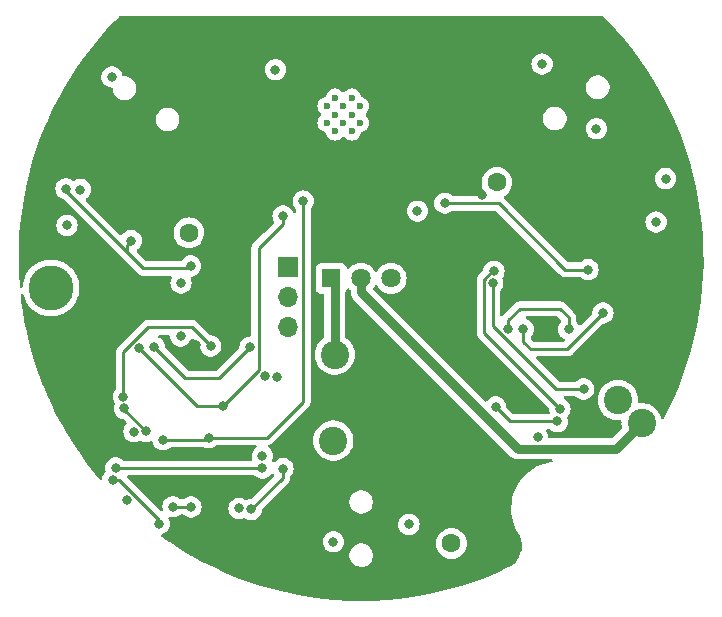
<source format=gbr>
%TF.GenerationSoftware,KiCad,Pcbnew,8.0.6*%
%TF.CreationDate,2024-11-01T20:33:52-04:00*%
%TF.ProjectId,FlexGlO,466c6578-476c-44f2-9e6b-696361645f70,rev?*%
%TF.SameCoordinates,Original*%
%TF.FileFunction,Copper,L4,Bot*%
%TF.FilePolarity,Positive*%
%FSLAX46Y46*%
G04 Gerber Fmt 4.6, Leading zero omitted, Abs format (unit mm)*
G04 Created by KiCad (PCBNEW 8.0.6) date 2024-11-01 20:33:52*
%MOMM*%
%LPD*%
G01*
G04 APERTURE LIST*
%TA.AperFunction,ComponentPad*%
%ADD10C,2.600000*%
%TD*%
%TA.AperFunction,ConnectorPad*%
%ADD11C,3.800000*%
%TD*%
%TA.AperFunction,ComponentPad*%
%ADD12R,1.700000X1.700000*%
%TD*%
%TA.AperFunction,ComponentPad*%
%ADD13O,1.700000X1.700000*%
%TD*%
%TA.AperFunction,ComponentPad*%
%ADD14R,1.635000X1.635000*%
%TD*%
%TA.AperFunction,ComponentPad*%
%ADD15C,1.635000*%
%TD*%
%TA.AperFunction,HeatsinkPad*%
%ADD16C,0.600000*%
%TD*%
%TA.AperFunction,ViaPad*%
%ADD17C,2.400000*%
%TD*%
%TA.AperFunction,ViaPad*%
%ADD18C,1.600000*%
%TD*%
%TA.AperFunction,ViaPad*%
%ADD19C,0.800000*%
%TD*%
%TA.AperFunction,Conductor*%
%ADD20C,0.750000*%
%TD*%
%TA.AperFunction,Conductor*%
%ADD21C,0.250000*%
%TD*%
G04 APERTURE END LIST*
D10*
%TO.P,H1,1*%
%TO.N,N/C*%
X93750000Y-102500000D03*
D11*
X93750000Y-102500000D03*
%TD*%
D12*
%TO.P,USB_RAW1,1,Pin_1*%
%TO.N,BONE_REF*%
X113800000Y-100700000D03*
D13*
%TO.P,USB_RAW1,2,Pin_2*%
%TO.N,Net-(ESP1-IO20)*%
X113800000Y-103240000D03*
%TO.P,USB_RAW1,3,Pin_3*%
%TO.N,/ESP1/D+_G*%
X113800000Y-105780000D03*
%TD*%
D14*
%TO.P,S1,1*%
%TO.N,Net-(LDO1-IN)*%
X117460000Y-101700000D03*
D15*
%TO.P,S1,2*%
%TO.N,/power_reference1/BAT_+3.7V*%
X120000000Y-101700000D03*
%TO.P,S1,3*%
%TO.N,BONE_REF*%
X122540000Y-101700000D03*
%TD*%
D16*
%TO.P,ESP1,41,GND*%
%TO.N,BONE_REF*%
X117100000Y-87120000D03*
X117100000Y-88520000D03*
X117800000Y-86420000D03*
X117800000Y-87820000D03*
X117800000Y-89220000D03*
X118500000Y-87120000D03*
X118500000Y-88520000D03*
X119200000Y-86420000D03*
X119200000Y-87820000D03*
X119200000Y-89220000D03*
X119900000Y-87120000D03*
X119900000Y-88520000D03*
%TD*%
D17*
%TO.N,Net-(LDO1-IN)*%
X117775000Y-108150000D03*
%TO.N,/power_reference1/BAT_+3.7V*%
X143750000Y-113950000D03*
D18*
%TO.N,+3.3V*%
X134550000Y-94500000D03*
D19*
X135050000Y-106025000D03*
D18*
X105525000Y-94625000D03*
D19*
X94175000Y-92850000D03*
X106025000Y-107375000D03*
X147656434Y-96686977D03*
X104575000Y-119600000D03*
D18*
X129675000Y-121275000D03*
X113225000Y-81375000D03*
D19*
X130225000Y-94600000D03*
X106000000Y-124525000D03*
D17*
X117625000Y-111300000D03*
D19*
%TO.N,AMP_OUT3*%
X110700000Y-121250000D03*
X113375000Y-117800000D03*
%TO.N,F_EKG1*%
X115100000Y-95150000D03*
X107100000Y-115175000D03*
X103225000Y-115350000D03*
%TO.N,Net-(C_K_L1-Pad2)*%
X99230001Y-117749022D03*
X111650000Y-117750000D03*
%TO.N,V_F_REF*%
X112900000Y-110025000D03*
X100150000Y-120425000D03*
X111650000Y-116749997D03*
X100782798Y-114665001D03*
X112750000Y-84025000D03*
X134950000Y-115150000D03*
X104750000Y-102075000D03*
%TO.N,Net-(C_M_H3-Pad2)*%
X131400000Y-112575000D03*
X136625000Y-113800000D03*
%TO.N,Net-(QUAD_AMP1-4IN-)*%
X99950000Y-112700000D03*
X101782667Y-114648648D03*
%TO.N,Net-(QUAD_AMP1-1IN-)*%
X110600000Y-107525000D03*
X102500000Y-107525000D03*
%TO.N,Net-(QUAD_AMP2-4IN-)*%
X131150000Y-102100000D03*
X138850000Y-111050000D03*
%TO.N,Net-(QUAD_AMP2-1IN+)*%
X136825000Y-112725000D03*
X131245715Y-101104591D03*
%TO.N,Net-(QUAD_AMP2-1IN-)*%
X137575000Y-106000000D03*
X132475000Y-106000000D03*
%TO.N,Net-(DUAL_AMP1-1IN-)*%
X104075000Y-121025000D03*
X102900000Y-122500000D03*
X105600000Y-121050000D03*
X98975000Y-118750000D03*
%TO.N,F_EMG1*%
X101225153Y-107575153D03*
X113400000Y-96400000D03*
X108275000Y-112475000D03*
%TO.N,F_EMG2*%
X139200000Y-100950000D03*
X127100000Y-95325000D03*
%TO.N,V_I_REF*%
X96225000Y-94175000D03*
X144975000Y-96925000D03*
X111850000Y-110000000D03*
X109675000Y-121175000D03*
%TO.N,AMP_OUT1*%
X105575000Y-100638000D03*
X100525000Y-98500000D03*
X95025000Y-94100000D03*
%TO.N,Net-(QUAD_AMP1-2IN+)*%
X107275000Y-107425000D03*
X99866954Y-111703452D03*
%TO.N,Net-(QUAD_AMP2-2IN+)*%
X140475000Y-104625000D03*
X133725000Y-106000000D03*
%TO.N,BONE_REF*%
X95100000Y-97208351D03*
D18*
X105425000Y-97825000D03*
D19*
X139925000Y-89025000D03*
X145775000Y-93250000D03*
X124775000Y-96000000D03*
X135325000Y-83550000D03*
D18*
X127650000Y-124125000D03*
D19*
X124050000Y-122525000D03*
D17*
X141750000Y-112000000D03*
D19*
X104725000Y-106575000D03*
D18*
X131500000Y-93575000D03*
D19*
X117650000Y-124000000D03*
X98900000Y-84625000D03*
D17*
X117650000Y-115425000D03*
%TD*%
D20*
%TO.N,Net-(LDO1-IN)*%
X117775000Y-102015000D02*
X117460000Y-101700000D01*
X117775000Y-108150000D02*
X117775000Y-102015000D01*
%TO.N,/power_reference1/BAT_+3.7V*%
X133268881Y-116125000D02*
X141575000Y-116125000D01*
X141575000Y-116125000D02*
X143750000Y-113950000D01*
X120000000Y-102856119D02*
X133268881Y-116125000D01*
X120000000Y-101700000D02*
X120000000Y-102856119D01*
D21*
%TO.N,AMP_OUT3*%
X110700000Y-121250000D02*
X113375000Y-118575000D01*
X113375000Y-118575000D02*
X113375000Y-117800000D01*
%TO.N,F_EKG1*%
X112050000Y-115175000D02*
X115100000Y-112125000D01*
X106925000Y-115350000D02*
X107100000Y-115175000D01*
X103225000Y-115350000D02*
X106925000Y-115350000D01*
X115100000Y-112125000D02*
X115100000Y-95150000D01*
X107100000Y-115175000D02*
X112050000Y-115175000D01*
%TO.N,Net-(C_K_L1-Pad2)*%
X111650000Y-117750000D02*
X99230979Y-117750000D01*
X99230979Y-117750000D02*
X99230001Y-117749022D01*
%TO.N,Net-(C_M_H3-Pad2)*%
X132625000Y-113800000D02*
X136625000Y-113800000D01*
X131400000Y-112575000D02*
X132625000Y-113800000D01*
%TO.N,Net-(QUAD_AMP1-4IN-)*%
X99950000Y-112806898D02*
X99950000Y-112700000D01*
X101782667Y-114648648D02*
X101782667Y-114639565D01*
X101782667Y-114639565D02*
X99950000Y-112806898D01*
%TO.N,Net-(QUAD_AMP1-1IN-)*%
X105100000Y-110125000D02*
X102500000Y-107525000D01*
X110600000Y-107525000D02*
X108000000Y-110125000D01*
X108000000Y-110125000D02*
X105100000Y-110125000D01*
%TO.N,Net-(QUAD_AMP2-4IN-)*%
X136499695Y-111050000D02*
X131150000Y-105700305D01*
X131150000Y-105700305D02*
X131150000Y-102100000D01*
X138850000Y-111050000D02*
X136499695Y-111050000D01*
%TO.N,Net-(QUAD_AMP2-1IN+)*%
X131245715Y-101104591D02*
X131120104Y-101104591D01*
X130425000Y-106325000D02*
X136825000Y-112725000D01*
X131120104Y-101104591D02*
X130425000Y-101799695D01*
X130425000Y-101799695D02*
X130425000Y-106325000D01*
%TO.N,Net-(QUAD_AMP2-1IN-)*%
X132475000Y-105225000D02*
X132475000Y-106000000D01*
X137575000Y-106000000D02*
X137575000Y-105000000D01*
X136850000Y-104275000D02*
X133425000Y-104275000D01*
X133425000Y-104275000D02*
X132475000Y-105225000D01*
X137575000Y-105000000D02*
X136850000Y-104275000D01*
%TO.N,Net-(DUAL_AMP1-1IN-)*%
X99500305Y-118750000D02*
X98975000Y-118750000D01*
X105575000Y-121025000D02*
X105600000Y-121050000D01*
X102900000Y-122149695D02*
X99500305Y-118750000D01*
X104075000Y-121025000D02*
X105575000Y-121025000D01*
X102900000Y-122500000D02*
X102900000Y-122149695D01*
%TO.N,F_EMG1*%
X111325000Y-99125000D02*
X111325000Y-109425000D01*
X113400000Y-97050000D02*
X111325000Y-99125000D01*
X111325000Y-109425000D02*
X108275000Y-112475000D01*
X101225153Y-107575153D02*
X106125000Y-112475000D01*
X106125000Y-112475000D02*
X108275000Y-112475000D01*
X113400000Y-96400000D02*
X113400000Y-97050000D01*
%TO.N,F_EMG2*%
X131659009Y-95325000D02*
X127100000Y-95325000D01*
X137284009Y-100950000D02*
X131659009Y-95325000D01*
X139200000Y-100950000D02*
X137284009Y-100950000D01*
%TO.N,AMP_OUT1*%
X105575000Y-100638000D02*
X105367428Y-100845572D01*
X95025000Y-94300000D02*
X100187500Y-99462500D01*
X100525000Y-98500000D02*
X100187500Y-98837500D01*
X100187500Y-98837500D02*
X100187500Y-99462500D01*
X101570572Y-100845572D02*
X100187500Y-99462500D01*
X95025000Y-94100000D02*
X95025000Y-94300000D01*
X105367428Y-100845572D02*
X101570572Y-100845572D01*
%TO.N,Net-(QUAD_AMP1-2IN+)*%
X99866954Y-107908046D02*
X99866954Y-111703452D01*
X107275000Y-107425000D02*
X105700000Y-105850000D01*
X105700000Y-105850000D02*
X101925000Y-105850000D01*
X101925000Y-105850000D02*
X99866954Y-107908046D01*
%TO.N,Net-(QUAD_AMP2-2IN+)*%
X134350000Y-107675000D02*
X137425000Y-107675000D01*
X133725000Y-106000000D02*
X133725000Y-107050000D01*
X133725000Y-107050000D02*
X134350000Y-107675000D01*
X137425000Y-107675000D02*
X140475000Y-104625000D01*
%TD*%
%TA.AperFunction,Conductor*%
%TO.N,+3.3V*%
G36*
X140515341Y-79519685D02*
G01*
X140536386Y-79536723D01*
X140877174Y-79880663D01*
X140879964Y-79883572D01*
X141608967Y-80668786D01*
X141612034Y-80672215D01*
X142311223Y-81483721D01*
X142314161Y-81487262D01*
X142982765Y-82324147D01*
X142985569Y-82327794D01*
X143617347Y-83181715D01*
X143622654Y-83188887D01*
X143625322Y-83192636D01*
X144230044Y-84076802D01*
X144232570Y-84080647D01*
X144804062Y-84986615D01*
X144806444Y-84990551D01*
X145343934Y-85917093D01*
X145346169Y-85921115D01*
X145848929Y-86866983D01*
X145851012Y-86871085D01*
X146318332Y-87834942D01*
X146320262Y-87839118D01*
X146398820Y-88017737D01*
X146738581Y-88790264D01*
X146751497Y-88819630D01*
X146753265Y-88823862D01*
X147143650Y-89809148D01*
X147147844Y-89819732D01*
X147149459Y-89824040D01*
X147506814Y-90833843D01*
X147508268Y-90838208D01*
X147827917Y-91860572D01*
X147829208Y-91864988D01*
X148110706Y-92898488D01*
X148111833Y-92902949D01*
X148354804Y-93946211D01*
X148355764Y-93950710D01*
X148559861Y-95002242D01*
X148560654Y-95006774D01*
X148725605Y-96065172D01*
X148726229Y-96069730D01*
X148851805Y-97133526D01*
X148852259Y-97138105D01*
X148938279Y-98205780D01*
X148938564Y-98210372D01*
X148984921Y-99280548D01*
X148985035Y-99285147D01*
X148991659Y-100356302D01*
X148991602Y-100360903D01*
X148958485Y-101431569D01*
X148958257Y-101436164D01*
X148885446Y-102504847D01*
X148885048Y-102509430D01*
X148772644Y-103574660D01*
X148772077Y-103579226D01*
X148620226Y-104639601D01*
X148619489Y-104644143D01*
X148428415Y-105698107D01*
X148427511Y-105702618D01*
X148197457Y-106748826D01*
X148196385Y-106753300D01*
X147927695Y-107790190D01*
X147926459Y-107794621D01*
X147619478Y-108820863D01*
X147618078Y-108825246D01*
X147273238Y-109839398D01*
X147271676Y-109843726D01*
X146889454Y-110844378D01*
X146887733Y-110848644D01*
X146468656Y-111834419D01*
X146466778Y-111838619D01*
X146011414Y-112808182D01*
X146009381Y-112812310D01*
X145627829Y-113552079D01*
X145579604Y-113602637D01*
X145511701Y-113619096D01*
X145445678Y-113596232D01*
X145402498Y-113541303D01*
X145396733Y-113522830D01*
X145379510Y-113447371D01*
X145379509Y-113447369D01*
X145379508Y-113447363D01*
X145286393Y-113210112D01*
X145158959Y-112989388D01*
X145000050Y-112790123D01*
X144813217Y-112616768D01*
X144602634Y-112473195D01*
X144602630Y-112473193D01*
X144602627Y-112473191D01*
X144602626Y-112473190D01*
X144373006Y-112362612D01*
X144373008Y-112362612D01*
X144129466Y-112287489D01*
X144129462Y-112287488D01*
X144129458Y-112287487D01*
X144008231Y-112269214D01*
X143877440Y-112249500D01*
X143877435Y-112249500D01*
X143622565Y-112249500D01*
X143622555Y-112249500D01*
X143588198Y-112254679D01*
X143518974Y-112245206D01*
X143465860Y-112199810D01*
X143445721Y-112132906D01*
X143446064Y-112122817D01*
X143455268Y-112000000D01*
X143450835Y-111940851D01*
X143440439Y-111802112D01*
X143436222Y-111745843D01*
X143379508Y-111497363D01*
X143286393Y-111260112D01*
X143158959Y-111039388D01*
X143000050Y-110840123D01*
X142813217Y-110666768D01*
X142602634Y-110523195D01*
X142602630Y-110523193D01*
X142602627Y-110523191D01*
X142602626Y-110523190D01*
X142373006Y-110412612D01*
X142373008Y-110412612D01*
X142129466Y-110337489D01*
X142129462Y-110337488D01*
X142129458Y-110337487D01*
X142008231Y-110319214D01*
X141877440Y-110299500D01*
X141877435Y-110299500D01*
X141622565Y-110299500D01*
X141622559Y-110299500D01*
X141465609Y-110323157D01*
X141370542Y-110337487D01*
X141370539Y-110337488D01*
X141370533Y-110337489D01*
X141126992Y-110412612D01*
X140897373Y-110523190D01*
X140897372Y-110523191D01*
X140686782Y-110666768D01*
X140499952Y-110840121D01*
X140499950Y-110840123D01*
X140341041Y-111039388D01*
X140213608Y-111260109D01*
X140120492Y-111497362D01*
X140120490Y-111497369D01*
X140063777Y-111745845D01*
X140044732Y-111999995D01*
X140044732Y-112000004D01*
X140063777Y-112254154D01*
X140118828Y-112495349D01*
X140120492Y-112502637D01*
X140213607Y-112739888D01*
X140341041Y-112960612D01*
X140499950Y-113159877D01*
X140686783Y-113333232D01*
X140897366Y-113476805D01*
X140897371Y-113476807D01*
X140897372Y-113476808D01*
X140897373Y-113476809D01*
X140992938Y-113522830D01*
X141126992Y-113587387D01*
X141126993Y-113587387D01*
X141126996Y-113587389D01*
X141370542Y-113662513D01*
X141622565Y-113700500D01*
X141877434Y-113700500D01*
X141877435Y-113700500D01*
X141911798Y-113695320D01*
X141981020Y-113704792D01*
X142034135Y-113750185D01*
X142054277Y-113817088D01*
X142053933Y-113827200D01*
X142044732Y-113949994D01*
X142044732Y-113950004D01*
X142063777Y-114204155D01*
X142063777Y-114204157D01*
X142084563Y-114295228D01*
X142080289Y-114364967D01*
X142051353Y-114410501D01*
X141248675Y-115213181D01*
X141187352Y-115246666D01*
X141160994Y-115249500D01*
X135977568Y-115249500D01*
X135910529Y-115229815D01*
X135864774Y-115177011D01*
X135854247Y-115138462D01*
X135835674Y-114961744D01*
X135777179Y-114781716D01*
X135682533Y-114617784D01*
X135679284Y-114612156D01*
X135681731Y-114610743D01*
X135662399Y-114556627D01*
X135678198Y-114488567D01*
X135728285Y-114439853D01*
X135786194Y-114425500D01*
X135921252Y-114425500D01*
X135988291Y-114445185D01*
X136013400Y-114466526D01*
X136019126Y-114472885D01*
X136019130Y-114472889D01*
X136172265Y-114584148D01*
X136172270Y-114584151D01*
X136345192Y-114661142D01*
X136345197Y-114661144D01*
X136530354Y-114700500D01*
X136530355Y-114700500D01*
X136719644Y-114700500D01*
X136719646Y-114700500D01*
X136904803Y-114661144D01*
X137077730Y-114584151D01*
X137230871Y-114472888D01*
X137357533Y-114332216D01*
X137452179Y-114168284D01*
X137510674Y-113988256D01*
X137530460Y-113800000D01*
X137510674Y-113611744D01*
X137466831Y-113476809D01*
X137460575Y-113457555D01*
X137458580Y-113387714D01*
X137486356Y-113336265D01*
X137557533Y-113257216D01*
X137652179Y-113093284D01*
X137710674Y-112913256D01*
X137730460Y-112725000D01*
X137710674Y-112536744D01*
X137652179Y-112356716D01*
X137557533Y-112192784D01*
X137430871Y-112052112D01*
X137430870Y-112052111D01*
X137277734Y-111940851D01*
X137277729Y-111940848D01*
X137214685Y-111912779D01*
X137161448Y-111867529D01*
X137141127Y-111800679D01*
X137160173Y-111733456D01*
X137212539Y-111687201D01*
X137265121Y-111675500D01*
X138146252Y-111675500D01*
X138213291Y-111695185D01*
X138238400Y-111716526D01*
X138244126Y-111722885D01*
X138244130Y-111722889D01*
X138397265Y-111834148D01*
X138397270Y-111834151D01*
X138570192Y-111911142D01*
X138570197Y-111911144D01*
X138755354Y-111950500D01*
X138755355Y-111950500D01*
X138944644Y-111950500D01*
X138944646Y-111950500D01*
X139129803Y-111911144D01*
X139302730Y-111834151D01*
X139455871Y-111722888D01*
X139582533Y-111582216D01*
X139677179Y-111418284D01*
X139735674Y-111238256D01*
X139755460Y-111050000D01*
X139735674Y-110861744D01*
X139677179Y-110681716D01*
X139582533Y-110517784D01*
X139455871Y-110377112D01*
X139455870Y-110377111D01*
X139302734Y-110265851D01*
X139302729Y-110265848D01*
X139129807Y-110188857D01*
X139129802Y-110188855D01*
X138984001Y-110157865D01*
X138944646Y-110149500D01*
X138755354Y-110149500D01*
X138722897Y-110156398D01*
X138570197Y-110188855D01*
X138570192Y-110188857D01*
X138397270Y-110265848D01*
X138397265Y-110265851D01*
X138244130Y-110377110D01*
X138244126Y-110377114D01*
X138238400Y-110383474D01*
X138178913Y-110420121D01*
X138146252Y-110424500D01*
X136810147Y-110424500D01*
X136743108Y-110404815D01*
X136722466Y-110388181D01*
X134846466Y-108512181D01*
X134812981Y-108450858D01*
X134817965Y-108381166D01*
X134859837Y-108325233D01*
X134925301Y-108300816D01*
X134934147Y-108300500D01*
X137486608Y-108300500D01*
X137486608Y-108300499D01*
X137558781Y-108286144D01*
X137558783Y-108286144D01*
X137607442Y-108276465D01*
X137607442Y-108276464D01*
X137607452Y-108276463D01*
X137640792Y-108262652D01*
X137721286Y-108229312D01*
X137787916Y-108184790D01*
X137823733Y-108160858D01*
X137910858Y-108073733D01*
X137910858Y-108073731D01*
X137921066Y-108063524D01*
X137921067Y-108063521D01*
X140422772Y-105561819D01*
X140484095Y-105528334D01*
X140510453Y-105525500D01*
X140569644Y-105525500D01*
X140569646Y-105525500D01*
X140754803Y-105486144D01*
X140927730Y-105409151D01*
X141080871Y-105297888D01*
X141207533Y-105157216D01*
X141302179Y-104993284D01*
X141360674Y-104813256D01*
X141380460Y-104625000D01*
X141360674Y-104436744D01*
X141302179Y-104256716D01*
X141207533Y-104092784D01*
X141080871Y-103952112D01*
X141080870Y-103952111D01*
X140927734Y-103840851D01*
X140927729Y-103840848D01*
X140754807Y-103763857D01*
X140754802Y-103763855D01*
X140609001Y-103732865D01*
X140569646Y-103724500D01*
X140380354Y-103724500D01*
X140366358Y-103727475D01*
X140195197Y-103763855D01*
X140195192Y-103763857D01*
X140022270Y-103840848D01*
X140022265Y-103840851D01*
X139869129Y-103952111D01*
X139742466Y-104092785D01*
X139647821Y-104256715D01*
X139647818Y-104256722D01*
X139596200Y-104415587D01*
X139589326Y-104436744D01*
X139579440Y-104530808D01*
X139571679Y-104604649D01*
X139545094Y-104669263D01*
X139536039Y-104679368D01*
X138582885Y-105632523D01*
X138521562Y-105666008D01*
X138451871Y-105661024D01*
X138395937Y-105619152D01*
X138387827Y-105606858D01*
X138307533Y-105467784D01*
X138254737Y-105409148D01*
X138232350Y-105384284D01*
X138202120Y-105321292D01*
X138200500Y-105301312D01*
X138200500Y-104938393D01*
X138200499Y-104938389D01*
X138195290Y-104912201D01*
X138176463Y-104817548D01*
X138143986Y-104739142D01*
X138129312Y-104703715D01*
X138129310Y-104703712D01*
X138129308Y-104703708D01*
X138107245Y-104670690D01*
X138107244Y-104670689D01*
X138060858Y-104601267D01*
X138060856Y-104601264D01*
X137970637Y-104511045D01*
X137970606Y-104511016D01*
X137340198Y-103880608D01*
X137340178Y-103880586D01*
X137248733Y-103789141D01*
X137197509Y-103754915D01*
X137156443Y-103727475D01*
X137146286Y-103720688D01*
X137146283Y-103720686D01*
X137146280Y-103720685D01*
X137065792Y-103687347D01*
X137032452Y-103673537D01*
X137032448Y-103673536D01*
X137032444Y-103673535D01*
X136958039Y-103658735D01*
X136958038Y-103658735D01*
X136911611Y-103649500D01*
X136911607Y-103649500D01*
X136911606Y-103649500D01*
X133486607Y-103649500D01*
X133363393Y-103649500D01*
X133316960Y-103658736D01*
X133316959Y-103658735D01*
X133242554Y-103673535D01*
X133242541Y-103673539D01*
X133210262Y-103686909D01*
X133195397Y-103693067D01*
X133173169Y-103702274D01*
X133128713Y-103720688D01*
X133118557Y-103727475D01*
X133118449Y-103727547D01*
X133026268Y-103789140D01*
X132982705Y-103832703D01*
X132939142Y-103876267D01*
X132939139Y-103876270D01*
X132076270Y-104739139D01*
X132076267Y-104739142D01*
X132027885Y-104787524D01*
X131987181Y-104828228D01*
X131925857Y-104861712D01*
X131856166Y-104856728D01*
X131800232Y-104814856D01*
X131775816Y-104749391D01*
X131775500Y-104740546D01*
X131775500Y-102798687D01*
X131795185Y-102731648D01*
X131807350Y-102715715D01*
X131825891Y-102695122D01*
X131882533Y-102632216D01*
X131977179Y-102468284D01*
X132035674Y-102288256D01*
X132055460Y-102100000D01*
X132035674Y-101911744D01*
X131977970Y-101734151D01*
X131975171Y-101725535D01*
X131977846Y-101724665D01*
X131970198Y-101667653D01*
X131985375Y-101624461D01*
X132072894Y-101472875D01*
X132131389Y-101292847D01*
X132151175Y-101104591D01*
X132131389Y-100916335D01*
X132072894Y-100736307D01*
X131978248Y-100572375D01*
X131851586Y-100431703D01*
X131851585Y-100431702D01*
X131698449Y-100320442D01*
X131698444Y-100320439D01*
X131525522Y-100243448D01*
X131525517Y-100243446D01*
X131379716Y-100212456D01*
X131340361Y-100204091D01*
X131151069Y-100204091D01*
X131118612Y-100210989D01*
X130965912Y-100243446D01*
X130965907Y-100243448D01*
X130792985Y-100320439D01*
X130792980Y-100320442D01*
X130639844Y-100431702D01*
X130513181Y-100572376D01*
X130418536Y-100736306D01*
X130418533Y-100736313D01*
X130360042Y-100916330D01*
X130360040Y-100916341D01*
X130357145Y-100943880D01*
X130330560Y-101008494D01*
X130321506Y-101018597D01*
X130169890Y-101170214D01*
X130026269Y-101313835D01*
X130026267Y-101313837D01*
X129998843Y-101341261D01*
X129939142Y-101400961D01*
X129909966Y-101444627D01*
X129909965Y-101444628D01*
X129870690Y-101503403D01*
X129870688Y-101503408D01*
X129850783Y-101551462D01*
X129850784Y-101551463D01*
X129824645Y-101614570D01*
X129824638Y-101614585D01*
X129823538Y-101617237D01*
X129823536Y-101617244D01*
X129800767Y-101731717D01*
X129799500Y-101738086D01*
X129799500Y-106386611D01*
X129823535Y-106507444D01*
X129823540Y-106507461D01*
X129870685Y-106621280D01*
X129870686Y-106621282D01*
X129870688Y-106621286D01*
X129877612Y-106631648D01*
X129899131Y-106663854D01*
X129899133Y-106663856D01*
X129939141Y-106723732D01*
X129939144Y-106723736D01*
X130030586Y-106815178D01*
X130030608Y-106815198D01*
X135886038Y-112670628D01*
X135919523Y-112731951D01*
X135921678Y-112745347D01*
X135927014Y-112796115D01*
X135939326Y-112913256D01*
X135939327Y-112913259D01*
X135971469Y-113012182D01*
X135973464Y-113082023D01*
X135937384Y-113141856D01*
X135874683Y-113172684D01*
X135853538Y-113174500D01*
X132935453Y-113174500D01*
X132868414Y-113154815D01*
X132847772Y-113138181D01*
X132338960Y-112629369D01*
X132305475Y-112568046D01*
X132303323Y-112554668D01*
X132285674Y-112386744D01*
X132227179Y-112206716D01*
X132132533Y-112042784D01*
X132005871Y-111902112D01*
X132005870Y-111902111D01*
X131852734Y-111790851D01*
X131852729Y-111790848D01*
X131679807Y-111713857D01*
X131679802Y-111713855D01*
X131534001Y-111682865D01*
X131494646Y-111674500D01*
X131305354Y-111674500D01*
X131272897Y-111681398D01*
X131120197Y-111713855D01*
X131120192Y-111713857D01*
X130947270Y-111790848D01*
X130947265Y-111790851D01*
X130794129Y-111902111D01*
X130667466Y-112042785D01*
X130659445Y-112056677D01*
X130608876Y-112104890D01*
X130540269Y-112118111D01*
X130475405Y-112092141D01*
X130464379Y-112082354D01*
X121053698Y-102671673D01*
X121020213Y-102610350D01*
X121025197Y-102540658D01*
X121039802Y-102512872D01*
X121145782Y-102361518D01*
X121157618Y-102336134D01*
X121203789Y-102283696D01*
X121270982Y-102264543D01*
X121337864Y-102284758D01*
X121382381Y-102336134D01*
X121394218Y-102361518D01*
X121394219Y-102361519D01*
X121394220Y-102361522D01*
X121526496Y-102550432D01*
X121689567Y-102713503D01*
X121878477Y-102845779D01*
X121878479Y-102845780D01*
X121878482Y-102845782D01*
X122087495Y-102943246D01*
X122310257Y-103002935D01*
X122474359Y-103017292D01*
X122539998Y-103023035D01*
X122540000Y-103023035D01*
X122540002Y-103023035D01*
X122597561Y-103017999D01*
X122769743Y-103002935D01*
X122992505Y-102943246D01*
X123201518Y-102845782D01*
X123390431Y-102713504D01*
X123553504Y-102550431D01*
X123685782Y-102361518D01*
X123783246Y-102152505D01*
X123842935Y-101929743D01*
X123863035Y-101700000D01*
X123842935Y-101470257D01*
X123783246Y-101247495D01*
X123685782Y-101038483D01*
X123579428Y-100886593D01*
X123553502Y-100849566D01*
X123390432Y-100686496D01*
X123201522Y-100554220D01*
X123201518Y-100554218D01*
X123138761Y-100524954D01*
X122992505Y-100456754D01*
X122992501Y-100456753D01*
X122992497Y-100456751D01*
X122769748Y-100397066D01*
X122769744Y-100397065D01*
X122769743Y-100397065D01*
X122769742Y-100397064D01*
X122769737Y-100397064D01*
X122540002Y-100376965D01*
X122539998Y-100376965D01*
X122310262Y-100397064D01*
X122310251Y-100397066D01*
X122087502Y-100456751D01*
X122087493Y-100456755D01*
X121878484Y-100554217D01*
X121878482Y-100554218D01*
X121689566Y-100686497D01*
X121526497Y-100849566D01*
X121394218Y-101038482D01*
X121394214Y-101038489D01*
X121382381Y-101063866D01*
X121336208Y-101116305D01*
X121269015Y-101135456D01*
X121202134Y-101115239D01*
X121157619Y-101063866D01*
X121145785Y-101038489D01*
X121145781Y-101038482D01*
X121124783Y-101008494D01*
X121039428Y-100886593D01*
X121013502Y-100849566D01*
X120850432Y-100686496D01*
X120661522Y-100554220D01*
X120661518Y-100554218D01*
X120598761Y-100524954D01*
X120452505Y-100456754D01*
X120452501Y-100456753D01*
X120452497Y-100456751D01*
X120229748Y-100397066D01*
X120229744Y-100397065D01*
X120229743Y-100397065D01*
X120229742Y-100397064D01*
X120229737Y-100397064D01*
X120000002Y-100376965D01*
X119999998Y-100376965D01*
X119770262Y-100397064D01*
X119770251Y-100397066D01*
X119547502Y-100456751D01*
X119547493Y-100456755D01*
X119338484Y-100554217D01*
X119338482Y-100554218D01*
X119149566Y-100686497D01*
X118982955Y-100853108D01*
X118921632Y-100886593D01*
X118851940Y-100881609D01*
X118796007Y-100839737D01*
X118773504Y-100782537D01*
X118773376Y-100782568D01*
X118773165Y-100781676D01*
X118771984Y-100778673D01*
X118771591Y-100775017D01*
X118771590Y-100775014D01*
X118721297Y-100640171D01*
X118721293Y-100640164D01*
X118635047Y-100524955D01*
X118635044Y-100524952D01*
X118519835Y-100438706D01*
X118519828Y-100438702D01*
X118384982Y-100388408D01*
X118384983Y-100388408D01*
X118325383Y-100382001D01*
X118325381Y-100382000D01*
X118325373Y-100382000D01*
X118325364Y-100382000D01*
X116594629Y-100382000D01*
X116594623Y-100382001D01*
X116535016Y-100388408D01*
X116400171Y-100438702D01*
X116400164Y-100438706D01*
X116284955Y-100524952D01*
X116284952Y-100524955D01*
X116198706Y-100640164D01*
X116198702Y-100640171D01*
X116148408Y-100775017D01*
X116142001Y-100834616D01*
X116142000Y-100834635D01*
X116142000Y-102565370D01*
X116142001Y-102565376D01*
X116148408Y-102624983D01*
X116198702Y-102759828D01*
X116198706Y-102759835D01*
X116284952Y-102875044D01*
X116284955Y-102875047D01*
X116400164Y-102961293D01*
X116400171Y-102961297D01*
X116438252Y-102975500D01*
X116535017Y-103011591D01*
X116594627Y-103018000D01*
X116775500Y-103017999D01*
X116842539Y-103037683D01*
X116888294Y-103090487D01*
X116899500Y-103141999D01*
X116899500Y-106623248D01*
X116879815Y-106690287D01*
X116845352Y-106725701D01*
X116711786Y-106816764D01*
X116524952Y-106990121D01*
X116524950Y-106990123D01*
X116366041Y-107189388D01*
X116238608Y-107410109D01*
X116145492Y-107647362D01*
X116145490Y-107647369D01*
X116088777Y-107895845D01*
X116069732Y-108149995D01*
X116069732Y-108150004D01*
X116088777Y-108404154D01*
X116113433Y-108512181D01*
X116145492Y-108652637D01*
X116238607Y-108889888D01*
X116366041Y-109110612D01*
X116524950Y-109309877D01*
X116711783Y-109483232D01*
X116922366Y-109626805D01*
X116922371Y-109626807D01*
X116922372Y-109626808D01*
X116922373Y-109626809D01*
X116984489Y-109656722D01*
X117151992Y-109737387D01*
X117151993Y-109737387D01*
X117151996Y-109737389D01*
X117395542Y-109812513D01*
X117647565Y-109850500D01*
X117902435Y-109850500D01*
X118154458Y-109812513D01*
X118398004Y-109737389D01*
X118627634Y-109626805D01*
X118838217Y-109483232D01*
X119025050Y-109309877D01*
X119183959Y-109110612D01*
X119311393Y-108889888D01*
X119404508Y-108652637D01*
X119461222Y-108404157D01*
X119472921Y-108248041D01*
X119480268Y-108150004D01*
X119480268Y-108149995D01*
X119461222Y-107895845D01*
X119449945Y-107846439D01*
X119404508Y-107647363D01*
X119311393Y-107410112D01*
X119183959Y-107189388D01*
X119025050Y-106990123D01*
X118840082Y-106818498D01*
X118838213Y-106816764D01*
X118704648Y-106725701D01*
X118660346Y-106671672D01*
X118650500Y-106623248D01*
X118650500Y-102895674D01*
X118670185Y-102828635D01*
X118675233Y-102821363D01*
X118721296Y-102759831D01*
X118771591Y-102624983D01*
X118771984Y-102621318D01*
X118773084Y-102618664D01*
X118773374Y-102617438D01*
X118773572Y-102617484D01*
X118798720Y-102556769D01*
X118856111Y-102516919D01*
X118925936Y-102514423D01*
X118982955Y-102546890D01*
X118986495Y-102550430D01*
X118986496Y-102550431D01*
X119088182Y-102652117D01*
X119121666Y-102713438D01*
X119124500Y-102739797D01*
X119124500Y-102942352D01*
X119158143Y-103111485D01*
X119158146Y-103111497D01*
X119224138Y-103270817D01*
X119224145Y-103270830D01*
X119319954Y-103414217D01*
X119319957Y-103414221D01*
X132710778Y-116805042D01*
X132710782Y-116805045D01*
X132854169Y-116900854D01*
X132854182Y-116900861D01*
X133002225Y-116962182D01*
X133013507Y-116966855D01*
X133182647Y-117000499D01*
X133182650Y-117000500D01*
X136087333Y-117000500D01*
X136154372Y-117020185D01*
X136200127Y-117072989D01*
X136210071Y-117142147D01*
X136181046Y-117205703D01*
X136122268Y-117243477D01*
X136113442Y-117245720D01*
X135490006Y-117379998D01*
X135489996Y-117380001D01*
X134910002Y-117619998D01*
X134909997Y-117620000D01*
X134250004Y-118049996D01*
X133729998Y-118500001D01*
X133320002Y-119069996D01*
X132970001Y-119749997D01*
X132810000Y-120229997D01*
X132740001Y-120649990D01*
X132739999Y-120650008D01*
X132700000Y-121199994D01*
X132699999Y-121200009D01*
X132730000Y-121669996D01*
X132730001Y-121670007D01*
X132761771Y-121834151D01*
X132850000Y-122290000D01*
X132996845Y-122713259D01*
X133019999Y-122779997D01*
X133020003Y-122780006D01*
X133052058Y-122839366D01*
X133288565Y-123277344D01*
X133291300Y-123282719D01*
X133328807Y-123361142D01*
X133504748Y-123729020D01*
X133513015Y-123751789D01*
X133615137Y-124150993D01*
X133618756Y-124189581D01*
X133581115Y-124782425D01*
X133574034Y-124816569D01*
X133405116Y-125285786D01*
X133391620Y-125312568D01*
X133113410Y-125729884D01*
X133080013Y-125763605D01*
X132496370Y-126160906D01*
X132477914Y-126171283D01*
X131510369Y-126611175D01*
X131506146Y-126613001D01*
X130515259Y-127019854D01*
X130510972Y-127021522D01*
X129505688Y-127391333D01*
X129501341Y-127392842D01*
X128482969Y-127725124D01*
X128478569Y-127726469D01*
X127448648Y-128020722D01*
X127444202Y-128021904D01*
X126404031Y-128277759D01*
X126399544Y-128278775D01*
X125350582Y-128495869D01*
X125346060Y-128496717D01*
X124289826Y-128674738D01*
X124285276Y-128675419D01*
X123223108Y-128814143D01*
X123218535Y-128814654D01*
X122151975Y-128913877D01*
X122147387Y-128914218D01*
X121077889Y-128973805D01*
X121073292Y-128973976D01*
X120002301Y-128993849D01*
X119997699Y-128993849D01*
X118926707Y-128973976D01*
X118922110Y-128973805D01*
X117852612Y-128914218D01*
X117848024Y-128913877D01*
X116781464Y-128814654D01*
X116776891Y-128814143D01*
X115714723Y-128675419D01*
X115710173Y-128674738D01*
X114653939Y-128496717D01*
X114649417Y-128495869D01*
X113600455Y-128278775D01*
X113595968Y-128277759D01*
X112555797Y-128021904D01*
X112551351Y-128020722D01*
X111521430Y-127726469D01*
X111517030Y-127725124D01*
X110498658Y-127392842D01*
X110494311Y-127391333D01*
X109489027Y-127021522D01*
X109484740Y-127019854D01*
X108493853Y-126613001D01*
X108489630Y-126611175D01*
X107514518Y-126167842D01*
X107510366Y-126165861D01*
X106552342Y-125686645D01*
X106548266Y-125684510D01*
X105706319Y-125223543D01*
X118999498Y-125223543D01*
X119037946Y-125416829D01*
X119037949Y-125416839D01*
X119113363Y-125598907D01*
X119113370Y-125598920D01*
X119222859Y-125762781D01*
X119222862Y-125762785D01*
X119362213Y-125902136D01*
X119362217Y-125902139D01*
X119526078Y-126011628D01*
X119526091Y-126011635D01*
X119708159Y-126087049D01*
X119708164Y-126087051D01*
X119708168Y-126087051D01*
X119708169Y-126087052D01*
X119901455Y-126125500D01*
X119901458Y-126125500D01*
X120098542Y-126125500D01*
X120228581Y-126099632D01*
X120291834Y-126087051D01*
X120473913Y-126011632D01*
X120637781Y-125902139D01*
X120777138Y-125762782D01*
X120886631Y-125598914D01*
X120962050Y-125416835D01*
X120988118Y-125285786D01*
X121000499Y-125223543D01*
X121000499Y-125026456D01*
X120962051Y-124833170D01*
X120962050Y-124833169D01*
X120962050Y-124833165D01*
X120895662Y-124672888D01*
X120886634Y-124651092D01*
X120886627Y-124651079D01*
X120777138Y-124487218D01*
X120777135Y-124487214D01*
X120637784Y-124347863D01*
X120637780Y-124347860D01*
X120473919Y-124238371D01*
X120473906Y-124238364D01*
X120291838Y-124162950D01*
X120291828Y-124162947D01*
X120101046Y-124124998D01*
X126344532Y-124124998D01*
X126344532Y-124125001D01*
X126364364Y-124351686D01*
X126364366Y-124351697D01*
X126423258Y-124571488D01*
X126423261Y-124571497D01*
X126519431Y-124777732D01*
X126519432Y-124777734D01*
X126649954Y-124964141D01*
X126810858Y-125125045D01*
X126810861Y-125125047D01*
X126997266Y-125255568D01*
X127203504Y-125351739D01*
X127423308Y-125410635D01*
X127585230Y-125424801D01*
X127649998Y-125430468D01*
X127650000Y-125430468D01*
X127650002Y-125430468D01*
X127706673Y-125425509D01*
X127876692Y-125410635D01*
X128096496Y-125351739D01*
X128302734Y-125255568D01*
X128489139Y-125125047D01*
X128650047Y-124964139D01*
X128780568Y-124777734D01*
X128876739Y-124571496D01*
X128935635Y-124351692D01*
X128955468Y-124125000D01*
X128935635Y-123898308D01*
X128876739Y-123678504D01*
X128780568Y-123472266D01*
X128650047Y-123285861D01*
X128650045Y-123285858D01*
X128489141Y-123124954D01*
X128302734Y-122994432D01*
X128302732Y-122994431D01*
X128096497Y-122898261D01*
X128096488Y-122898258D01*
X127876697Y-122839366D01*
X127876693Y-122839365D01*
X127876692Y-122839365D01*
X127876691Y-122839364D01*
X127876686Y-122839364D01*
X127650002Y-122819532D01*
X127649998Y-122819532D01*
X127423313Y-122839364D01*
X127423302Y-122839366D01*
X127203511Y-122898258D01*
X127203502Y-122898261D01*
X126997267Y-122994431D01*
X126997265Y-122994432D01*
X126810858Y-123124954D01*
X126649954Y-123285858D01*
X126519432Y-123472265D01*
X126519431Y-123472267D01*
X126423261Y-123678502D01*
X126423258Y-123678511D01*
X126364366Y-123898302D01*
X126364364Y-123898313D01*
X126344532Y-124124998D01*
X120101046Y-124124998D01*
X120098542Y-124124500D01*
X120098540Y-124124500D01*
X119901458Y-124124500D01*
X119901456Y-124124500D01*
X119708169Y-124162947D01*
X119708159Y-124162950D01*
X119526091Y-124238364D01*
X119526078Y-124238371D01*
X119362217Y-124347860D01*
X119362213Y-124347863D01*
X119222862Y-124487214D01*
X119222859Y-124487218D01*
X119113370Y-124651079D01*
X119113363Y-124651092D01*
X119037949Y-124833160D01*
X119037946Y-124833170D01*
X118999499Y-125026456D01*
X118999499Y-125026459D01*
X118999499Y-125223541D01*
X118999499Y-125223543D01*
X118999498Y-125223543D01*
X105706319Y-125223543D01*
X105608717Y-125170106D01*
X105604723Y-125167822D01*
X104684908Y-124618919D01*
X104681002Y-124616489D01*
X103782136Y-124033812D01*
X103778322Y-124031238D01*
X103733840Y-124000000D01*
X116744540Y-124000000D01*
X116764326Y-124188256D01*
X116764327Y-124188259D01*
X116822818Y-124368277D01*
X116822821Y-124368284D01*
X116917467Y-124532216D01*
X116952836Y-124571497D01*
X117044129Y-124672888D01*
X117197265Y-124784148D01*
X117197270Y-124784151D01*
X117370192Y-124861142D01*
X117370197Y-124861144D01*
X117555354Y-124900500D01*
X117555355Y-124900500D01*
X117744644Y-124900500D01*
X117744646Y-124900500D01*
X117929803Y-124861144D01*
X118102730Y-124784151D01*
X118255871Y-124672888D01*
X118382533Y-124532216D01*
X118477179Y-124368284D01*
X118535674Y-124188256D01*
X118555460Y-124000000D01*
X118535674Y-123811744D01*
X118477179Y-123631716D01*
X118382533Y-123467784D01*
X118255871Y-123327112D01*
X118199090Y-123285858D01*
X118102734Y-123215851D01*
X118102729Y-123215848D01*
X117929807Y-123138857D01*
X117929802Y-123138855D01*
X117784001Y-123107865D01*
X117744646Y-123099500D01*
X117555354Y-123099500D01*
X117522897Y-123106398D01*
X117370197Y-123138855D01*
X117370192Y-123138857D01*
X117197270Y-123215848D01*
X117197265Y-123215851D01*
X117044129Y-123327111D01*
X116917466Y-123467785D01*
X116822821Y-123631715D01*
X116822818Y-123631722D01*
X116764327Y-123811740D01*
X116764326Y-123811744D01*
X116744540Y-124000000D01*
X103733840Y-124000000D01*
X103139707Y-123582766D01*
X103096157Y-123528129D01*
X103089060Y-123458621D01*
X103120668Y-123396310D01*
X103174204Y-123364930D01*
X103173626Y-123363151D01*
X103179796Y-123361145D01*
X103179803Y-123361144D01*
X103352730Y-123284151D01*
X103505871Y-123172888D01*
X103632533Y-123032216D01*
X103727179Y-122868284D01*
X103785674Y-122688256D01*
X103802832Y-122525000D01*
X123144540Y-122525000D01*
X123164326Y-122713256D01*
X123164327Y-122713259D01*
X123222818Y-122893277D01*
X123222821Y-122893284D01*
X123317467Y-123057216D01*
X123390977Y-123138857D01*
X123444129Y-123197888D01*
X123597265Y-123309148D01*
X123597270Y-123309151D01*
X123770192Y-123386142D01*
X123770197Y-123386144D01*
X123955354Y-123425500D01*
X123955355Y-123425500D01*
X124144644Y-123425500D01*
X124144646Y-123425500D01*
X124329803Y-123386144D01*
X124502730Y-123309151D01*
X124655871Y-123197888D01*
X124782533Y-123057216D01*
X124877179Y-122893284D01*
X124935674Y-122713256D01*
X124955460Y-122525000D01*
X124935674Y-122336744D01*
X124877179Y-122156716D01*
X124782533Y-121992784D01*
X124655871Y-121852112D01*
X124655870Y-121852111D01*
X124502734Y-121740851D01*
X124502729Y-121740848D01*
X124329807Y-121663857D01*
X124329802Y-121663855D01*
X124184001Y-121632865D01*
X124144646Y-121624500D01*
X123955354Y-121624500D01*
X123922897Y-121631398D01*
X123770197Y-121663855D01*
X123770192Y-121663857D01*
X123597270Y-121740848D01*
X123597265Y-121740851D01*
X123444129Y-121852111D01*
X123317466Y-121992785D01*
X123222821Y-122156715D01*
X123222818Y-122156722D01*
X123172449Y-122311744D01*
X123164326Y-122336744D01*
X123144540Y-122525000D01*
X103802832Y-122525000D01*
X103805460Y-122500000D01*
X103785674Y-122311744D01*
X103727179Y-122131716D01*
X103695302Y-122076504D01*
X103678830Y-122008606D01*
X103701682Y-121942579D01*
X103756604Y-121899388D01*
X103826157Y-121892747D01*
X103828415Y-121893204D01*
X103980354Y-121925500D01*
X103980355Y-121925500D01*
X104169644Y-121925500D01*
X104169646Y-121925500D01*
X104354803Y-121886144D01*
X104527730Y-121809151D01*
X104680871Y-121697888D01*
X104683788Y-121694647D01*
X104686600Y-121691526D01*
X104746087Y-121654879D01*
X104778748Y-121650500D01*
X104873742Y-121650500D01*
X104940781Y-121670185D01*
X104965891Y-121691527D01*
X104994128Y-121722887D01*
X104994135Y-121722893D01*
X105147265Y-121834148D01*
X105147270Y-121834151D01*
X105320192Y-121911142D01*
X105320197Y-121911144D01*
X105505354Y-121950500D01*
X105505355Y-121950500D01*
X105694644Y-121950500D01*
X105694646Y-121950500D01*
X105879803Y-121911144D01*
X106052730Y-121834151D01*
X106205871Y-121722888D01*
X106332533Y-121582216D01*
X106427179Y-121418284D01*
X106485674Y-121238256D01*
X106505460Y-121050000D01*
X106485674Y-120861744D01*
X106427179Y-120681716D01*
X106332533Y-120517784D01*
X106205871Y-120377112D01*
X106180218Y-120358474D01*
X106052734Y-120265851D01*
X106052729Y-120265848D01*
X105879807Y-120188857D01*
X105879802Y-120188855D01*
X105734001Y-120157865D01*
X105694646Y-120149500D01*
X105505354Y-120149500D01*
X105472897Y-120156398D01*
X105320197Y-120188855D01*
X105320192Y-120188857D01*
X105147270Y-120265848D01*
X105147265Y-120265851D01*
X104995910Y-120375818D01*
X104930104Y-120399298D01*
X104923025Y-120399500D01*
X104778748Y-120399500D01*
X104711709Y-120379815D01*
X104686600Y-120358474D01*
X104680873Y-120352114D01*
X104680869Y-120352110D01*
X104527734Y-120240851D01*
X104527729Y-120240848D01*
X104354807Y-120163857D01*
X104354802Y-120163855D01*
X104198043Y-120130536D01*
X104169646Y-120124500D01*
X103980354Y-120124500D01*
X103951957Y-120130536D01*
X103795197Y-120163855D01*
X103795192Y-120163857D01*
X103622270Y-120240848D01*
X103622265Y-120240851D01*
X103469129Y-120352111D01*
X103342466Y-120492785D01*
X103247821Y-120656715D01*
X103247818Y-120656722D01*
X103189327Y-120836740D01*
X103189326Y-120836744D01*
X103169540Y-121025000D01*
X103189326Y-121213256D01*
X103189326Y-121213258D01*
X103189327Y-121213260D01*
X103193929Y-121227424D01*
X103195924Y-121297265D01*
X103159843Y-121357097D01*
X103097142Y-121387925D01*
X103027728Y-121379960D01*
X102988317Y-121353422D01*
X100222076Y-118587181D01*
X100188591Y-118525858D01*
X100193575Y-118456166D01*
X100235447Y-118400233D01*
X100300911Y-118375816D01*
X100309757Y-118375500D01*
X110946252Y-118375500D01*
X111013291Y-118395185D01*
X111038400Y-118416526D01*
X111044126Y-118422885D01*
X111044130Y-118422889D01*
X111197265Y-118534148D01*
X111197270Y-118534151D01*
X111370192Y-118611142D01*
X111370197Y-118611144D01*
X111555354Y-118650500D01*
X111555355Y-118650500D01*
X111744644Y-118650500D01*
X111744646Y-118650500D01*
X111929803Y-118611144D01*
X112102730Y-118534151D01*
X112255871Y-118422888D01*
X112382533Y-118282216D01*
X112390678Y-118268107D01*
X112441243Y-118219892D01*
X112509849Y-118206667D01*
X112574715Y-118232633D01*
X112605454Y-118268107D01*
X112628101Y-118307334D01*
X112644572Y-118375235D01*
X112621719Y-118441261D01*
X112608394Y-118457014D01*
X110752229Y-120313181D01*
X110690906Y-120346666D01*
X110664548Y-120349500D01*
X110605354Y-120349500D01*
X110572897Y-120356398D01*
X110420197Y-120388855D01*
X110420192Y-120388857D01*
X110302558Y-120441232D01*
X110233308Y-120450517D01*
X110179238Y-120428272D01*
X110127730Y-120390849D01*
X110127729Y-120390848D01*
X109954807Y-120313857D01*
X109954802Y-120313855D01*
X109809001Y-120282865D01*
X109769646Y-120274500D01*
X109580354Y-120274500D01*
X109547897Y-120281398D01*
X109395197Y-120313855D01*
X109395192Y-120313857D01*
X109222270Y-120390848D01*
X109222265Y-120390851D01*
X109069129Y-120502111D01*
X108942466Y-120642785D01*
X108847821Y-120806715D01*
X108847818Y-120806722D01*
X108798920Y-120957216D01*
X108789326Y-120986744D01*
X108769540Y-121175000D01*
X108789326Y-121363256D01*
X108789327Y-121363259D01*
X108847818Y-121543277D01*
X108847821Y-121543284D01*
X108942467Y-121707216D01*
X109034247Y-121809148D01*
X109069129Y-121847888D01*
X109222265Y-121959148D01*
X109222270Y-121959151D01*
X109395192Y-122036142D01*
X109395197Y-122036144D01*
X109580354Y-122075500D01*
X109580355Y-122075500D01*
X109769644Y-122075500D01*
X109769646Y-122075500D01*
X109954803Y-122036144D01*
X110072443Y-121983766D01*
X110141690Y-121974481D01*
X110195763Y-121996729D01*
X110247264Y-122034147D01*
X110247270Y-122034151D01*
X110420192Y-122111142D01*
X110420197Y-122111144D01*
X110605354Y-122150500D01*
X110605355Y-122150500D01*
X110794644Y-122150500D01*
X110794646Y-122150500D01*
X110979803Y-122111144D01*
X111152730Y-122034151D01*
X111305871Y-121922888D01*
X111432533Y-121782216D01*
X111527179Y-121618284D01*
X111585674Y-121438256D01*
X111603321Y-121270345D01*
X111629905Y-121205732D01*
X111638952Y-121195636D01*
X112111046Y-120723542D01*
X118999498Y-120723542D01*
X119037946Y-120916828D01*
X119037949Y-120916838D01*
X119113363Y-121098906D01*
X119113370Y-121098919D01*
X119222859Y-121262780D01*
X119222862Y-121262784D01*
X119362213Y-121402135D01*
X119362217Y-121402138D01*
X119526078Y-121511627D01*
X119526091Y-121511634D01*
X119708159Y-121587048D01*
X119708164Y-121587050D01*
X119708168Y-121587050D01*
X119708169Y-121587051D01*
X119901455Y-121625499D01*
X119901458Y-121625499D01*
X120098542Y-121625499D01*
X120228581Y-121599631D01*
X120291834Y-121587050D01*
X120473913Y-121511631D01*
X120637781Y-121402138D01*
X120777138Y-121262781D01*
X120886631Y-121098913D01*
X120962050Y-120916834D01*
X121000499Y-120723540D01*
X121000499Y-120526458D01*
X121000499Y-120526455D01*
X120962051Y-120333169D01*
X120962050Y-120333168D01*
X120962050Y-120333164D01*
X120954053Y-120313857D01*
X120886634Y-120151091D01*
X120886627Y-120151078D01*
X120777138Y-119987217D01*
X120777135Y-119987213D01*
X120637784Y-119847862D01*
X120637780Y-119847859D01*
X120473919Y-119738370D01*
X120473906Y-119738363D01*
X120291838Y-119662949D01*
X120291828Y-119662946D01*
X120098542Y-119624499D01*
X120098540Y-119624499D01*
X119901458Y-119624499D01*
X119901456Y-119624499D01*
X119708169Y-119662946D01*
X119708159Y-119662949D01*
X119526091Y-119738363D01*
X119526078Y-119738370D01*
X119362217Y-119847859D01*
X119362213Y-119847862D01*
X119222862Y-119987213D01*
X119222859Y-119987217D01*
X119113370Y-120151078D01*
X119113363Y-120151091D01*
X119037949Y-120333159D01*
X119037946Y-120333169D01*
X118999499Y-120526455D01*
X118999499Y-120526458D01*
X118999499Y-120723540D01*
X118999499Y-120723542D01*
X118999498Y-120723542D01*
X112111046Y-120723542D01*
X113773729Y-119060860D01*
X113773733Y-119060858D01*
X113860858Y-118973733D01*
X113929311Y-118871286D01*
X113976463Y-118757452D01*
X113989089Y-118693976D01*
X113995620Y-118661143D01*
X113995620Y-118661138D01*
X114000500Y-118636607D01*
X114000500Y-118513394D01*
X114000500Y-118498687D01*
X114020185Y-118431648D01*
X114032350Y-118415715D01*
X114062957Y-118381722D01*
X114107533Y-118332216D01*
X114202179Y-118168284D01*
X114260674Y-117988256D01*
X114280460Y-117800000D01*
X114260674Y-117611744D01*
X114202179Y-117431716D01*
X114107533Y-117267784D01*
X113980871Y-117127112D01*
X113980870Y-117127111D01*
X113827734Y-117015851D01*
X113827729Y-117015848D01*
X113654807Y-116938857D01*
X113654802Y-116938855D01*
X113509001Y-116907865D01*
X113469646Y-116899500D01*
X113280354Y-116899500D01*
X113247897Y-116906398D01*
X113095197Y-116938855D01*
X113095192Y-116938857D01*
X112922270Y-117015848D01*
X112922265Y-117015851D01*
X112769129Y-117127111D01*
X112769128Y-117127112D01*
X112698206Y-117205878D01*
X112638719Y-117242526D01*
X112568862Y-117241195D01*
X112510814Y-117202308D01*
X112483005Y-117138211D01*
X112488125Y-117084591D01*
X112535674Y-116938253D01*
X112555460Y-116749997D01*
X112535674Y-116561741D01*
X112477179Y-116381713D01*
X112382533Y-116217781D01*
X112255871Y-116077109D01*
X112155318Y-116004053D01*
X112112654Y-115948724D01*
X112106675Y-115879111D01*
X112139281Y-115817316D01*
X112200120Y-115782958D01*
X112203977Y-115782126D01*
X112232452Y-115776463D01*
X112282496Y-115755734D01*
X112346286Y-115729312D01*
X112397509Y-115695084D01*
X112448733Y-115660858D01*
X112535858Y-115573733D01*
X112535858Y-115573731D01*
X112546066Y-115563524D01*
X112546067Y-115563521D01*
X112684593Y-115424995D01*
X115944732Y-115424995D01*
X115944732Y-115425004D01*
X115963777Y-115679154D01*
X116011639Y-115888853D01*
X116020492Y-115927637D01*
X116113607Y-116164888D01*
X116241041Y-116385612D01*
X116399950Y-116584877D01*
X116586783Y-116758232D01*
X116797366Y-116901805D01*
X116797371Y-116901807D01*
X116797372Y-116901808D01*
X116797373Y-116901809D01*
X116873051Y-116938253D01*
X117026992Y-117012387D01*
X117026993Y-117012387D01*
X117026996Y-117012389D01*
X117270542Y-117087513D01*
X117522565Y-117125500D01*
X117777435Y-117125500D01*
X118029458Y-117087513D01*
X118273004Y-117012389D01*
X118502634Y-116901805D01*
X118713217Y-116758232D01*
X118900050Y-116584877D01*
X119058959Y-116385612D01*
X119186393Y-116164888D01*
X119279508Y-115927637D01*
X119336222Y-115679157D01*
X119352517Y-115461717D01*
X119355268Y-115425004D01*
X119355268Y-115424995D01*
X119336222Y-115170845D01*
X119331464Y-115150000D01*
X119279508Y-114922363D01*
X119186393Y-114685112D01*
X119058959Y-114464388D01*
X118900050Y-114265123D01*
X118713217Y-114091768D01*
X118502634Y-113948195D01*
X118502630Y-113948193D01*
X118502627Y-113948191D01*
X118502626Y-113948190D01*
X118273006Y-113837612D01*
X118273008Y-113837612D01*
X118029466Y-113762489D01*
X118029462Y-113762488D01*
X118029458Y-113762487D01*
X117908231Y-113744214D01*
X117777440Y-113724500D01*
X117777435Y-113724500D01*
X117522565Y-113724500D01*
X117522559Y-113724500D01*
X117365673Y-113748148D01*
X117270542Y-113762487D01*
X117270539Y-113762488D01*
X117270533Y-113762489D01*
X117026992Y-113837612D01*
X116797373Y-113948190D01*
X116797372Y-113948191D01*
X116586782Y-114091768D01*
X116399952Y-114265121D01*
X116399950Y-114265123D01*
X116241041Y-114464388D01*
X116113608Y-114685109D01*
X116020492Y-114922362D01*
X116020490Y-114922369D01*
X115963777Y-115170845D01*
X115944732Y-115424995D01*
X112684593Y-115424995D01*
X115585857Y-112523734D01*
X115589991Y-112517548D01*
X115654311Y-112421286D01*
X115701463Y-112307452D01*
X115725500Y-112186606D01*
X115725500Y-96000000D01*
X123869540Y-96000000D01*
X123889326Y-96188256D01*
X123889327Y-96188259D01*
X123947818Y-96368277D01*
X123947821Y-96368284D01*
X124042467Y-96532216D01*
X124163667Y-96666822D01*
X124169129Y-96672888D01*
X124322265Y-96784148D01*
X124322270Y-96784151D01*
X124495192Y-96861142D01*
X124495197Y-96861144D01*
X124680354Y-96900500D01*
X124680355Y-96900500D01*
X124869644Y-96900500D01*
X124869646Y-96900500D01*
X125054803Y-96861144D01*
X125227730Y-96784151D01*
X125380871Y-96672888D01*
X125507533Y-96532216D01*
X125602179Y-96368284D01*
X125660674Y-96188256D01*
X125680460Y-96000000D01*
X125660674Y-95811744D01*
X125602179Y-95631716D01*
X125507533Y-95467784D01*
X125380871Y-95327112D01*
X125377964Y-95325000D01*
X126194540Y-95325000D01*
X126214326Y-95513256D01*
X126214327Y-95513259D01*
X126272818Y-95693277D01*
X126272821Y-95693284D01*
X126367467Y-95857216D01*
X126469185Y-95970185D01*
X126494129Y-95997888D01*
X126647265Y-96109148D01*
X126647270Y-96109151D01*
X126820192Y-96186142D01*
X126820197Y-96186144D01*
X127005354Y-96225500D01*
X127005355Y-96225500D01*
X127194644Y-96225500D01*
X127194646Y-96225500D01*
X127379803Y-96186144D01*
X127552730Y-96109151D01*
X127705871Y-95997888D01*
X127708788Y-95994647D01*
X127711600Y-95991526D01*
X127771087Y-95954879D01*
X127803748Y-95950500D01*
X131348557Y-95950500D01*
X131415596Y-95970185D01*
X131436238Y-95986819D01*
X136795025Y-101345606D01*
X136795054Y-101345637D01*
X136885272Y-101435855D01*
X136885276Y-101435858D01*
X136987716Y-101504307D01*
X136987722Y-101504310D01*
X136987723Y-101504311D01*
X137101557Y-101551463D01*
X137161980Y-101563481D01*
X137222402Y-101575500D01*
X137222403Y-101575500D01*
X138496252Y-101575500D01*
X138563291Y-101595185D01*
X138588400Y-101616526D01*
X138594126Y-101622885D01*
X138594130Y-101622889D01*
X138747265Y-101734148D01*
X138747270Y-101734151D01*
X138920192Y-101811142D01*
X138920197Y-101811144D01*
X139105354Y-101850500D01*
X139105355Y-101850500D01*
X139294644Y-101850500D01*
X139294646Y-101850500D01*
X139479803Y-101811144D01*
X139652730Y-101734151D01*
X139805871Y-101622888D01*
X139932533Y-101482216D01*
X140027179Y-101318284D01*
X140085674Y-101138256D01*
X140105460Y-100950000D01*
X140085674Y-100761744D01*
X140027179Y-100581716D01*
X139932533Y-100417784D01*
X139805871Y-100277112D01*
X139805870Y-100277111D01*
X139652734Y-100165851D01*
X139652729Y-100165848D01*
X139479807Y-100088857D01*
X139479802Y-100088855D01*
X139334001Y-100057865D01*
X139294646Y-100049500D01*
X139105354Y-100049500D01*
X139072897Y-100056398D01*
X138920197Y-100088855D01*
X138920192Y-100088857D01*
X138747270Y-100165848D01*
X138747265Y-100165851D01*
X138594130Y-100277110D01*
X138594126Y-100277114D01*
X138588400Y-100283474D01*
X138528913Y-100320121D01*
X138496252Y-100324500D01*
X137594461Y-100324500D01*
X137527422Y-100304815D01*
X137506780Y-100288181D01*
X134143599Y-96925000D01*
X144069540Y-96925000D01*
X144089326Y-97113256D01*
X144089327Y-97113259D01*
X144147818Y-97293277D01*
X144147821Y-97293284D01*
X144242467Y-97457216D01*
X144349986Y-97576628D01*
X144369129Y-97597888D01*
X144522265Y-97709148D01*
X144522270Y-97709151D01*
X144695192Y-97786142D01*
X144695197Y-97786144D01*
X144880354Y-97825500D01*
X144880355Y-97825500D01*
X145069644Y-97825500D01*
X145069646Y-97825500D01*
X145254803Y-97786144D01*
X145427730Y-97709151D01*
X145580871Y-97597888D01*
X145707533Y-97457216D01*
X145802179Y-97293284D01*
X145860674Y-97113256D01*
X145880460Y-96925000D01*
X145860674Y-96736744D01*
X145802179Y-96556716D01*
X145707533Y-96392784D01*
X145580871Y-96252112D01*
X145544243Y-96225500D01*
X145427734Y-96140851D01*
X145427729Y-96140848D01*
X145254807Y-96063857D01*
X145254802Y-96063855D01*
X145103590Y-96031715D01*
X145069646Y-96024500D01*
X144880354Y-96024500D01*
X144847897Y-96031398D01*
X144695197Y-96063855D01*
X144695192Y-96063857D01*
X144522270Y-96140848D01*
X144522265Y-96140851D01*
X144369129Y-96252111D01*
X144242466Y-96392785D01*
X144147821Y-96556715D01*
X144147818Y-96556722D01*
X144103074Y-96694431D01*
X144089326Y-96736744D01*
X144069540Y-96925000D01*
X134143599Y-96925000D01*
X132149207Y-94930608D01*
X132149187Y-94930586D01*
X132122077Y-94903476D01*
X132088592Y-94842153D01*
X132093576Y-94772461D01*
X132135448Y-94716528D01*
X132148356Y-94708819D01*
X132148043Y-94708276D01*
X132152725Y-94705572D01*
X132152734Y-94705568D01*
X132339139Y-94575047D01*
X132500047Y-94414139D01*
X132630568Y-94227734D01*
X132726739Y-94021496D01*
X132785635Y-93801692D01*
X132805468Y-93575000D01*
X132785635Y-93348308D01*
X132759294Y-93250000D01*
X144869540Y-93250000D01*
X144889326Y-93438256D01*
X144889327Y-93438259D01*
X144947818Y-93618277D01*
X144947821Y-93618284D01*
X145042467Y-93782216D01*
X145159091Y-93911740D01*
X145169129Y-93922888D01*
X145322265Y-94034148D01*
X145322270Y-94034151D01*
X145495192Y-94111142D01*
X145495197Y-94111144D01*
X145680354Y-94150500D01*
X145680355Y-94150500D01*
X145869644Y-94150500D01*
X145869646Y-94150500D01*
X146054803Y-94111144D01*
X146227730Y-94034151D01*
X146380871Y-93922888D01*
X146507533Y-93782216D01*
X146602179Y-93618284D01*
X146660674Y-93438256D01*
X146680460Y-93250000D01*
X146660674Y-93061744D01*
X146602179Y-92881716D01*
X146507533Y-92717784D01*
X146380871Y-92577112D01*
X146377901Y-92574954D01*
X146227734Y-92465851D01*
X146227729Y-92465848D01*
X146054807Y-92388857D01*
X146054802Y-92388855D01*
X145909001Y-92357865D01*
X145869646Y-92349500D01*
X145680354Y-92349500D01*
X145647897Y-92356398D01*
X145495197Y-92388855D01*
X145495192Y-92388857D01*
X145322270Y-92465848D01*
X145322265Y-92465851D01*
X145169129Y-92577111D01*
X145042466Y-92717785D01*
X144947821Y-92881715D01*
X144947818Y-92881722D01*
X144889327Y-93061740D01*
X144889326Y-93061744D01*
X144869540Y-93250000D01*
X132759294Y-93250000D01*
X132726739Y-93128504D01*
X132630568Y-92922266D01*
X132500047Y-92735861D01*
X132500045Y-92735858D01*
X132339141Y-92574954D01*
X132152734Y-92444432D01*
X132152732Y-92444431D01*
X131946497Y-92348261D01*
X131946488Y-92348258D01*
X131726697Y-92289366D01*
X131726693Y-92289365D01*
X131726692Y-92289365D01*
X131726691Y-92289364D01*
X131726686Y-92289364D01*
X131500002Y-92269532D01*
X131499998Y-92269532D01*
X131273313Y-92289364D01*
X131273302Y-92289366D01*
X131053511Y-92348258D01*
X131053502Y-92348261D01*
X130847267Y-92444431D01*
X130847265Y-92444432D01*
X130660858Y-92574954D01*
X130499954Y-92735858D01*
X130369432Y-92922265D01*
X130369431Y-92922267D01*
X130273261Y-93128502D01*
X130273258Y-93128511D01*
X130214366Y-93348302D01*
X130214364Y-93348313D01*
X130194532Y-93574998D01*
X130194532Y-93575001D01*
X130214364Y-93801686D01*
X130214366Y-93801697D01*
X130273258Y-94021488D01*
X130273261Y-94021497D01*
X130369431Y-94227732D01*
X130369432Y-94227734D01*
X130499954Y-94414141D01*
X130573632Y-94487819D01*
X130607117Y-94549142D01*
X130602133Y-94618834D01*
X130560261Y-94674767D01*
X130494797Y-94699184D01*
X130485951Y-94699500D01*
X127803748Y-94699500D01*
X127736709Y-94679815D01*
X127711600Y-94658474D01*
X127705873Y-94652114D01*
X127705869Y-94652110D01*
X127552734Y-94540851D01*
X127552729Y-94540848D01*
X127379807Y-94463857D01*
X127379802Y-94463855D01*
X127234001Y-94432865D01*
X127194646Y-94424500D01*
X127005354Y-94424500D01*
X126972897Y-94431398D01*
X126820197Y-94463855D01*
X126820192Y-94463857D01*
X126647270Y-94540848D01*
X126647265Y-94540851D01*
X126494129Y-94652111D01*
X126367466Y-94792785D01*
X126272821Y-94956715D01*
X126272818Y-94956722D01*
X126214327Y-95136740D01*
X126214326Y-95136744D01*
X126194540Y-95325000D01*
X125377964Y-95325000D01*
X125227734Y-95215851D01*
X125227729Y-95215848D01*
X125054807Y-95138857D01*
X125054802Y-95138855D01*
X124908111Y-95107676D01*
X124869646Y-95099500D01*
X124680354Y-95099500D01*
X124647897Y-95106398D01*
X124495197Y-95138855D01*
X124495192Y-95138857D01*
X124322270Y-95215848D01*
X124322265Y-95215851D01*
X124169129Y-95327111D01*
X124042466Y-95467785D01*
X123947821Y-95631715D01*
X123947818Y-95631722D01*
X123889327Y-95811740D01*
X123889326Y-95811744D01*
X123869540Y-96000000D01*
X115725500Y-96000000D01*
X115725500Y-95848687D01*
X115745185Y-95781648D01*
X115757350Y-95765715D01*
X115792108Y-95727112D01*
X115832533Y-95682216D01*
X115927179Y-95518284D01*
X115985674Y-95338256D01*
X116005460Y-95150000D01*
X115985674Y-94961744D01*
X115927179Y-94781716D01*
X115832533Y-94617784D01*
X115705871Y-94477112D01*
X115705870Y-94477111D01*
X115552734Y-94365851D01*
X115552729Y-94365848D01*
X115379807Y-94288857D01*
X115379802Y-94288855D01*
X115234001Y-94257865D01*
X115194646Y-94249500D01*
X115005354Y-94249500D01*
X114972897Y-94256398D01*
X114820197Y-94288855D01*
X114820192Y-94288857D01*
X114647270Y-94365848D01*
X114647265Y-94365851D01*
X114494129Y-94477111D01*
X114367466Y-94617785D01*
X114272821Y-94781715D01*
X114272818Y-94781722D01*
X114214521Y-94961144D01*
X114214326Y-94961744D01*
X114194540Y-95150000D01*
X114214326Y-95338256D01*
X114214327Y-95338259D01*
X114272818Y-95518277D01*
X114272821Y-95518284D01*
X114367467Y-95682216D01*
X114377433Y-95693284D01*
X114442650Y-95765715D01*
X114472880Y-95828706D01*
X114474500Y-95848687D01*
X114474500Y-96009985D01*
X114454815Y-96077024D01*
X114402011Y-96122779D01*
X114332853Y-96132723D01*
X114269297Y-96103698D01*
X114232569Y-96048304D01*
X114227180Y-96031719D01*
X114227179Y-96031718D01*
X114227179Y-96031716D01*
X114132533Y-95867784D01*
X114005871Y-95727112D01*
X113959311Y-95693284D01*
X113852734Y-95615851D01*
X113852729Y-95615848D01*
X113679807Y-95538857D01*
X113679802Y-95538855D01*
X113534001Y-95507865D01*
X113494646Y-95499500D01*
X113305354Y-95499500D01*
X113272897Y-95506398D01*
X113120197Y-95538855D01*
X113120192Y-95538857D01*
X112947270Y-95615848D01*
X112947265Y-95615851D01*
X112794129Y-95727111D01*
X112667466Y-95867785D01*
X112572821Y-96031715D01*
X112572818Y-96031722D01*
X112514327Y-96211740D01*
X112514326Y-96211744D01*
X112494540Y-96400000D01*
X112514326Y-96588256D01*
X112514327Y-96588259D01*
X112572818Y-96768277D01*
X112572820Y-96768281D01*
X112572821Y-96768284D01*
X112581982Y-96784151D01*
X112607348Y-96828087D01*
X112623819Y-96895988D01*
X112600967Y-96962014D01*
X112587641Y-96977767D01*
X111740411Y-97824998D01*
X110926270Y-98639139D01*
X110926267Y-98639142D01*
X110901270Y-98664139D01*
X110839142Y-98726266D01*
X110822507Y-98751162D01*
X110805983Y-98775893D01*
X110782398Y-98811189D01*
X110770687Y-98828715D01*
X110770685Y-98828718D01*
X110737347Y-98909207D01*
X110731823Y-98922543D01*
X110723537Y-98942545D01*
X110723535Y-98942553D01*
X110699500Y-99063389D01*
X110699500Y-106500500D01*
X110679815Y-106567539D01*
X110627011Y-106613294D01*
X110575500Y-106624500D01*
X110505354Y-106624500D01*
X110472897Y-106631398D01*
X110320197Y-106663855D01*
X110320192Y-106663857D01*
X110147270Y-106740848D01*
X110147265Y-106740851D01*
X109994129Y-106852111D01*
X109867466Y-106992785D01*
X109772821Y-107156715D01*
X109772818Y-107156722D01*
X109743197Y-107247888D01*
X109714326Y-107336744D01*
X109711971Y-107359151D01*
X109696678Y-107504651D01*
X109670093Y-107569266D01*
X109661038Y-107579370D01*
X107777229Y-109463181D01*
X107715906Y-109496666D01*
X107689548Y-109499500D01*
X105410452Y-109499500D01*
X105343413Y-109479815D01*
X105322771Y-109463181D01*
X103438960Y-107579370D01*
X103405475Y-107518047D01*
X103403323Y-107504671D01*
X103385674Y-107336744D01*
X103327179Y-107156716D01*
X103232533Y-106992784D01*
X103105871Y-106852112D01*
X103105870Y-106852111D01*
X102952734Y-106740851D01*
X102952729Y-106740848D01*
X102889685Y-106712779D01*
X102836448Y-106667529D01*
X102816127Y-106600679D01*
X102835173Y-106533456D01*
X102887539Y-106487201D01*
X102940121Y-106475500D01*
X103697432Y-106475500D01*
X103764471Y-106495185D01*
X103810226Y-106547989D01*
X103820752Y-106586535D01*
X103839326Y-106763256D01*
X103839327Y-106763259D01*
X103897818Y-106943277D01*
X103897821Y-106943284D01*
X103992467Y-107107216D01*
X104109091Y-107236740D01*
X104119129Y-107247888D01*
X104272265Y-107359148D01*
X104272270Y-107359151D01*
X104445192Y-107436142D01*
X104445197Y-107436144D01*
X104630354Y-107475500D01*
X104630355Y-107475500D01*
X104819644Y-107475500D01*
X104819646Y-107475500D01*
X105004803Y-107436144D01*
X105177730Y-107359151D01*
X105330871Y-107247888D01*
X105457533Y-107107216D01*
X105552179Y-106943284D01*
X105577080Y-106866645D01*
X105616517Y-106808970D01*
X105680875Y-106781771D01*
X105749721Y-106793685D01*
X105782691Y-106817281D01*
X106072623Y-107107214D01*
X106336038Y-107370629D01*
X106369523Y-107431952D01*
X106371678Y-107445348D01*
X106377911Y-107504650D01*
X106389326Y-107613256D01*
X106389327Y-107613259D01*
X106447818Y-107793277D01*
X106447821Y-107793284D01*
X106542467Y-107957216D01*
X106647377Y-108073730D01*
X106669129Y-108097888D01*
X106822265Y-108209148D01*
X106822270Y-108209151D01*
X106995192Y-108286142D01*
X106995197Y-108286144D01*
X107180354Y-108325500D01*
X107180355Y-108325500D01*
X107369644Y-108325500D01*
X107369646Y-108325500D01*
X107554803Y-108286144D01*
X107727730Y-108209151D01*
X107880871Y-108097888D01*
X108007533Y-107957216D01*
X108102179Y-107793284D01*
X108160674Y-107613256D01*
X108180460Y-107425000D01*
X108160674Y-107236744D01*
X108102179Y-107056716D01*
X108007533Y-106892784D01*
X107880871Y-106752112D01*
X107880870Y-106752111D01*
X107727734Y-106640851D01*
X107727729Y-106640848D01*
X107554807Y-106563857D01*
X107554802Y-106563855D01*
X107405938Y-106532214D01*
X107369646Y-106524500D01*
X107369645Y-106524500D01*
X107310453Y-106524500D01*
X107243414Y-106504815D01*
X107222772Y-106488181D01*
X106192928Y-105458338D01*
X106192925Y-105458334D01*
X106192925Y-105458335D01*
X106185859Y-105451269D01*
X106185858Y-105451267D01*
X106098733Y-105364142D01*
X106027188Y-105316337D01*
X106004703Y-105301312D01*
X105996285Y-105295687D01*
X105956039Y-105279017D01*
X105915792Y-105262347D01*
X105907929Y-105259090D01*
X105882453Y-105248537D01*
X105872427Y-105246543D01*
X105822029Y-105236518D01*
X105761610Y-105224500D01*
X105761607Y-105224500D01*
X105761606Y-105224500D01*
X101992741Y-105224500D01*
X101992721Y-105224499D01*
X101986607Y-105224499D01*
X101863394Y-105224499D01*
X101762597Y-105244548D01*
X101762592Y-105244548D01*
X101742549Y-105248536D01*
X101742547Y-105248536D01*
X101695397Y-105268067D01*
X101628719Y-105295685D01*
X101628717Y-105295686D01*
X101526266Y-105364141D01*
X101526263Y-105364144D01*
X99468223Y-107422186D01*
X99381098Y-107509310D01*
X99381092Y-107509318D01*
X99312644Y-107611754D01*
X99312642Y-107611759D01*
X99296197Y-107651462D01*
X99265492Y-107725590D01*
X99265489Y-107725599D01*
X99261824Y-107744023D01*
X99261825Y-107744024D01*
X99245972Y-107823729D01*
X99245971Y-107823734D01*
X99241454Y-107846439D01*
X99241454Y-111004764D01*
X99221769Y-111071803D01*
X99209604Y-111087736D01*
X99134420Y-111171236D01*
X99039775Y-111335167D01*
X99039772Y-111335174D01*
X98987074Y-111497363D01*
X98981280Y-111515196D01*
X98961494Y-111703452D01*
X98981280Y-111891708D01*
X98981281Y-111891711D01*
X99039772Y-112071729D01*
X99039775Y-112071736D01*
X99120551Y-112211645D01*
X99137024Y-112279546D01*
X99123690Y-112324988D01*
X99125464Y-112325778D01*
X99122821Y-112331713D01*
X99069653Y-112495349D01*
X99064326Y-112511744D01*
X99044540Y-112700000D01*
X99064326Y-112888256D01*
X99064327Y-112888259D01*
X99122818Y-113068277D01*
X99122821Y-113068284D01*
X99217467Y-113232216D01*
X99311153Y-113336264D01*
X99344129Y-113372888D01*
X99497265Y-113484148D01*
X99497270Y-113484151D01*
X99670192Y-113561142D01*
X99670193Y-113561142D01*
X99670197Y-113561144D01*
X99824071Y-113593850D01*
X99885552Y-113627042D01*
X99885971Y-113627459D01*
X100128638Y-113870126D01*
X100162123Y-113931449D01*
X100157139Y-114001141D01*
X100133107Y-114040779D01*
X100050264Y-114132785D01*
X99955619Y-114296716D01*
X99955616Y-114296723D01*
X99905976Y-114449500D01*
X99897124Y-114476745D01*
X99877338Y-114665001D01*
X99897124Y-114853257D01*
X99897125Y-114853260D01*
X99955616Y-115033278D01*
X99955619Y-115033285D01*
X100050265Y-115197217D01*
X100176927Y-115337889D01*
X100330063Y-115449149D01*
X100330068Y-115449152D01*
X100502990Y-115526143D01*
X100502995Y-115526145D01*
X100688152Y-115565501D01*
X100688153Y-115565501D01*
X100877442Y-115565501D01*
X100877444Y-115565501D01*
X101062601Y-115526145D01*
X101235528Y-115449152D01*
X101235534Y-115449146D01*
X101237896Y-115447784D01*
X101239446Y-115447407D01*
X101241465Y-115446509D01*
X101241629Y-115446877D01*
X101305795Y-115431304D01*
X101350344Y-115441885D01*
X101502859Y-115509790D01*
X101502864Y-115509792D01*
X101688021Y-115549148D01*
X101688022Y-115549148D01*
X101877311Y-115549148D01*
X101877313Y-115549148D01*
X102062470Y-115509792D01*
X102170447Y-115461716D01*
X102239695Y-115452431D01*
X102302972Y-115482059D01*
X102338813Y-115536678D01*
X102397818Y-115718277D01*
X102397821Y-115718284D01*
X102492467Y-115882216D01*
X102586114Y-115986221D01*
X102619129Y-116022888D01*
X102772265Y-116134148D01*
X102772270Y-116134151D01*
X102945192Y-116211142D01*
X102945197Y-116211144D01*
X103130354Y-116250500D01*
X103130355Y-116250500D01*
X103319644Y-116250500D01*
X103319646Y-116250500D01*
X103504803Y-116211144D01*
X103677730Y-116134151D01*
X103830871Y-116022888D01*
X103833788Y-116019647D01*
X103836600Y-116016526D01*
X103896087Y-115979879D01*
X103928748Y-115975500D01*
X106657633Y-115975500D01*
X106708069Y-115986221D01*
X106820192Y-116036142D01*
X106820197Y-116036144D01*
X107005354Y-116075500D01*
X107005355Y-116075500D01*
X107194644Y-116075500D01*
X107194646Y-116075500D01*
X107379803Y-116036144D01*
X107552730Y-115959151D01*
X107705871Y-115847888D01*
X107708788Y-115844647D01*
X107711600Y-115841526D01*
X107771087Y-115804879D01*
X107803748Y-115800500D01*
X111043216Y-115800500D01*
X111110255Y-115820185D01*
X111156010Y-115872989D01*
X111165954Y-115942147D01*
X111136929Y-116005703D01*
X111116101Y-116024818D01*
X111044129Y-116077108D01*
X110917466Y-116217782D01*
X110822821Y-116381712D01*
X110822818Y-116381719D01*
X110764327Y-116561737D01*
X110764326Y-116561741D01*
X110744540Y-116749997D01*
X110764326Y-116938253D01*
X110764327Y-116938256D01*
X110772101Y-116962182D01*
X110774096Y-117032023D01*
X110738016Y-117091856D01*
X110675315Y-117122684D01*
X110654170Y-117124500D01*
X99934629Y-117124500D01*
X99867590Y-117104815D01*
X99842479Y-117083472D01*
X99835871Y-117076133D01*
X99682735Y-116964873D01*
X99682730Y-116964870D01*
X99509808Y-116887879D01*
X99509803Y-116887877D01*
X99364002Y-116856887D01*
X99324647Y-116848522D01*
X99135355Y-116848522D01*
X99102898Y-116855420D01*
X98950198Y-116887877D01*
X98950193Y-116887879D01*
X98777271Y-116964870D01*
X98777266Y-116964873D01*
X98624130Y-117076133D01*
X98497467Y-117216807D01*
X98402822Y-117380737D01*
X98402819Y-117380744D01*
X98359060Y-117515422D01*
X98344327Y-117560766D01*
X98324541Y-117749022D01*
X98344327Y-117937278D01*
X98344329Y-117937284D01*
X98362167Y-117992186D01*
X98364162Y-118062027D01*
X98336387Y-118113475D01*
X98332057Y-118118284D01*
X98242467Y-118217784D01*
X98242465Y-118217785D01*
X98242464Y-118217788D01*
X98147821Y-118381715D01*
X98147818Y-118381722D01*
X98089327Y-118561740D01*
X98089326Y-118561744D01*
X98084134Y-118611144D01*
X98080188Y-118648690D01*
X98053603Y-118713305D01*
X97996306Y-118753289D01*
X97926486Y-118755949D01*
X97866313Y-118720439D01*
X97861932Y-118715499D01*
X97860088Y-118713305D01*
X97461471Y-118238913D01*
X97458578Y-118235338D01*
X96800382Y-117390256D01*
X96797623Y-117386575D01*
X96171222Y-116517645D01*
X96168601Y-116513863D01*
X95936204Y-116164890D01*
X95574847Y-115622268D01*
X95572401Y-115618441D01*
X95058947Y-114781722D01*
X95012145Y-114705454D01*
X95009812Y-114701489D01*
X94729472Y-114204157D01*
X94483816Y-113768356D01*
X94481640Y-113764324D01*
X94448721Y-113700500D01*
X94122642Y-113068284D01*
X93990618Y-112812310D01*
X93988585Y-112808182D01*
X93533221Y-111838619D01*
X93531343Y-111834419D01*
X93483929Y-111722889D01*
X93112261Y-110848631D01*
X93110545Y-110844378D01*
X93108919Y-110840121D01*
X92728309Y-109843689D01*
X92726774Y-109839435D01*
X92381921Y-108825246D01*
X92380521Y-108820863D01*
X92234353Y-108332220D01*
X92073535Y-107794606D01*
X92072304Y-107790190D01*
X92055566Y-107725599D01*
X91803610Y-106753286D01*
X91802542Y-106748826D01*
X91800788Y-106740851D01*
X91589504Y-105780000D01*
X91572488Y-105702618D01*
X91571584Y-105698107D01*
X91380510Y-104644143D01*
X91379773Y-104639601D01*
X91350722Y-104436740D01*
X91227917Y-103579192D01*
X91227359Y-103574695D01*
X91184134Y-103165064D01*
X91196674Y-103096333D01*
X91244385Y-103045290D01*
X91312119Y-103028144D01*
X91378369Y-103050339D01*
X91422103Y-103104829D01*
X91425380Y-103113738D01*
X91513659Y-103385431D01*
X91513661Y-103385436D01*
X91642265Y-103658732D01*
X91642267Y-103658736D01*
X91804111Y-103913763D01*
X91804114Y-103913767D01*
X91804115Y-103913768D01*
X91996651Y-104146504D01*
X92114014Y-104256716D01*
X92216836Y-104353272D01*
X92216846Y-104353280D01*
X92461193Y-104530808D01*
X92461198Y-104530810D01*
X92461205Y-104530816D01*
X92725896Y-104676332D01*
X92725901Y-104676334D01*
X92725903Y-104676335D01*
X92725904Y-104676336D01*
X93006734Y-104787524D01*
X93006737Y-104787525D01*
X93104259Y-104812564D01*
X93299302Y-104862642D01*
X93446039Y-104881179D01*
X93598963Y-104900499D01*
X93598969Y-104900499D01*
X93598973Y-104900500D01*
X93598975Y-104900500D01*
X93901025Y-104900500D01*
X93901027Y-104900500D01*
X93901032Y-104900499D01*
X93901036Y-104900499D01*
X93980591Y-104890448D01*
X94200698Y-104862642D01*
X94493262Y-104787525D01*
X94589578Y-104749391D01*
X94774095Y-104676336D01*
X94774096Y-104676335D01*
X94774094Y-104676335D01*
X94774104Y-104676332D01*
X95038795Y-104530816D01*
X95283162Y-104353274D01*
X95503349Y-104146504D01*
X95695885Y-103913768D01*
X95857733Y-103658736D01*
X95986341Y-103385430D01*
X96079681Y-103098160D01*
X96136280Y-102801457D01*
X96136281Y-102801446D01*
X96155246Y-102500005D01*
X96155246Y-102499994D01*
X96136281Y-102198553D01*
X96136280Y-102198546D01*
X96136280Y-102198543D01*
X96079681Y-101901840D01*
X95986341Y-101614570D01*
X95978485Y-101597876D01*
X95907505Y-101447035D01*
X95857733Y-101341264D01*
X95798230Y-101247502D01*
X95695888Y-101086236D01*
X95677382Y-101063866D01*
X95503349Y-100853496D01*
X95474341Y-100826256D01*
X95283163Y-100646727D01*
X95283153Y-100646719D01*
X95038806Y-100469191D01*
X95038799Y-100469186D01*
X95038795Y-100469184D01*
X94774104Y-100323668D01*
X94774101Y-100323666D01*
X94774096Y-100323664D01*
X94774095Y-100323663D01*
X94493265Y-100212475D01*
X94493262Y-100212474D01*
X94200695Y-100137357D01*
X93901036Y-100099500D01*
X93901027Y-100099500D01*
X93598973Y-100099500D01*
X93598963Y-100099500D01*
X93299304Y-100137357D01*
X93006737Y-100212474D01*
X93006734Y-100212475D01*
X92725904Y-100323663D01*
X92725903Y-100323664D01*
X92461205Y-100469184D01*
X92461193Y-100469191D01*
X92216846Y-100646719D01*
X92216836Y-100646727D01*
X91996652Y-100853494D01*
X91804111Y-101086236D01*
X91642268Y-101341261D01*
X91642265Y-101341267D01*
X91513661Y-101614563D01*
X91513659Y-101614568D01*
X91420320Y-101901835D01*
X91420319Y-101901839D01*
X91420319Y-101901840D01*
X91418430Y-101911744D01*
X91363719Y-102198546D01*
X91363718Y-102198553D01*
X91352906Y-102370419D01*
X91329051Y-102436090D01*
X91273479Y-102478439D01*
X91203832Y-102484021D01*
X91142224Y-102451062D01*
X91108215Y-102390028D01*
X91105438Y-102371062D01*
X91093684Y-102198546D01*
X91041741Y-101436150D01*
X91041514Y-101431569D01*
X91040567Y-101400961D01*
X91008396Y-100360892D01*
X91008340Y-100356302D01*
X91008564Y-100320121D01*
X91014965Y-99285103D01*
X91015076Y-99280593D01*
X91061435Y-98210359D01*
X91061720Y-98205780D01*
X91067687Y-98131722D01*
X91142081Y-97208351D01*
X94194540Y-97208351D01*
X94214326Y-97396607D01*
X94214327Y-97396610D01*
X94272818Y-97576628D01*
X94272821Y-97576635D01*
X94367467Y-97740567D01*
X94445392Y-97827111D01*
X94494129Y-97881239D01*
X94647265Y-97992499D01*
X94647270Y-97992502D01*
X94820192Y-98069493D01*
X94820197Y-98069495D01*
X95005354Y-98108851D01*
X95005355Y-98108851D01*
X95194644Y-98108851D01*
X95194646Y-98108851D01*
X95379803Y-98069495D01*
X95552730Y-97992502D01*
X95705871Y-97881239D01*
X95832533Y-97740567D01*
X95927179Y-97576635D01*
X95985674Y-97396607D01*
X96005460Y-97208351D01*
X95985674Y-97020095D01*
X95927179Y-96840067D01*
X95832533Y-96676135D01*
X95705871Y-96535463D01*
X95701402Y-96532216D01*
X95552734Y-96424202D01*
X95552729Y-96424199D01*
X95379807Y-96347208D01*
X95379802Y-96347206D01*
X95234001Y-96316216D01*
X95194646Y-96307851D01*
X95005354Y-96307851D01*
X94972897Y-96314749D01*
X94820197Y-96347206D01*
X94820192Y-96347208D01*
X94647270Y-96424199D01*
X94647265Y-96424202D01*
X94494129Y-96535462D01*
X94367466Y-96676136D01*
X94272821Y-96840066D01*
X94272818Y-96840073D01*
X94228079Y-96977767D01*
X94214326Y-97020095D01*
X94194540Y-97208351D01*
X91142081Y-97208351D01*
X91147745Y-97138048D01*
X91148188Y-97133583D01*
X91273772Y-96069709D01*
X91274394Y-96065172D01*
X91274599Y-96063857D01*
X91439354Y-95006721D01*
X91440128Y-95002294D01*
X91615259Y-94100000D01*
X94119540Y-94100000D01*
X94139326Y-94288256D01*
X94139327Y-94288259D01*
X94197818Y-94468277D01*
X94197821Y-94468284D01*
X94292467Y-94632216D01*
X94360952Y-94708276D01*
X94419129Y-94772888D01*
X94572265Y-94884148D01*
X94572270Y-94884151D01*
X94745191Y-94961142D01*
X94745193Y-94961142D01*
X94745197Y-94961144D01*
X94780839Y-94968719D01*
X94842318Y-95001910D01*
X94842738Y-95002328D01*
X99793086Y-99952678D01*
X99793108Y-99952698D01*
X101081588Y-101241178D01*
X101081617Y-101241209D01*
X101171835Y-101331427D01*
X101171839Y-101331430D01*
X101274279Y-101399879D01*
X101274285Y-101399882D01*
X101274286Y-101399883D01*
X101388120Y-101447035D01*
X101448543Y-101459053D01*
X101508965Y-101471072D01*
X101508966Y-101471072D01*
X103844096Y-101471072D01*
X103911135Y-101490757D01*
X103956890Y-101543561D01*
X103966834Y-101612719D01*
X103951483Y-101657072D01*
X103922821Y-101706715D01*
X103922818Y-101706722D01*
X103876102Y-101850500D01*
X103864326Y-101886744D01*
X103844540Y-102075000D01*
X103864326Y-102263256D01*
X103864327Y-102263259D01*
X103922818Y-102443277D01*
X103922821Y-102443284D01*
X104017467Y-102607216D01*
X104115160Y-102715715D01*
X104144129Y-102747888D01*
X104297265Y-102859148D01*
X104297270Y-102859151D01*
X104470192Y-102936142D01*
X104470197Y-102936144D01*
X104655354Y-102975500D01*
X104655355Y-102975500D01*
X104844644Y-102975500D01*
X104844646Y-102975500D01*
X105029803Y-102936144D01*
X105202730Y-102859151D01*
X105355871Y-102747888D01*
X105482533Y-102607216D01*
X105577179Y-102443284D01*
X105635674Y-102263256D01*
X105655460Y-102075000D01*
X105635674Y-101886744D01*
X105586092Y-101734148D01*
X105575171Y-101700535D01*
X105577552Y-101699761D01*
X105569744Y-101641678D01*
X105599351Y-101578392D01*
X105658473Y-101541158D01*
X105666535Y-101539161D01*
X105669645Y-101538500D01*
X105669646Y-101538500D01*
X105854803Y-101499144D01*
X106027730Y-101422151D01*
X106180871Y-101310888D01*
X106307533Y-101170216D01*
X106402179Y-101006284D01*
X106460674Y-100826256D01*
X106480460Y-100638000D01*
X106460674Y-100449744D01*
X106402179Y-100269716D01*
X106307533Y-100105784D01*
X106180871Y-99965112D01*
X106157814Y-99948360D01*
X106027734Y-99853851D01*
X106027729Y-99853848D01*
X105854807Y-99776857D01*
X105854802Y-99776855D01*
X105693249Y-99742517D01*
X105669646Y-99737500D01*
X105480354Y-99737500D01*
X105456751Y-99742517D01*
X105295197Y-99776855D01*
X105295192Y-99776857D01*
X105122270Y-99853848D01*
X105122265Y-99853851D01*
X104969129Y-99965111D01*
X104842465Y-100105785D01*
X104812278Y-100158072D01*
X104761711Y-100206288D01*
X104704891Y-100220072D01*
X101881024Y-100220072D01*
X101813985Y-100200387D01*
X101793343Y-100183753D01*
X101031745Y-99422155D01*
X100998260Y-99360832D01*
X101003244Y-99291140D01*
X101045116Y-99235207D01*
X101046420Y-99234244D01*
X101130871Y-99172888D01*
X101257533Y-99032216D01*
X101352179Y-98868284D01*
X101410674Y-98688256D01*
X101430460Y-98500000D01*
X101410674Y-98311744D01*
X101352179Y-98131716D01*
X101257533Y-97967784D01*
X101130871Y-97827112D01*
X101130870Y-97827111D01*
X101127962Y-97824998D01*
X104119532Y-97824998D01*
X104119532Y-97825001D01*
X104139364Y-98051686D01*
X104139366Y-98051697D01*
X104198258Y-98271488D01*
X104198261Y-98271497D01*
X104294431Y-98477732D01*
X104294432Y-98477734D01*
X104424954Y-98664141D01*
X104585858Y-98825045D01*
X104585861Y-98825047D01*
X104772266Y-98955568D01*
X104978504Y-99051739D01*
X105198308Y-99110635D01*
X105360230Y-99124801D01*
X105424998Y-99130468D01*
X105425000Y-99130468D01*
X105425002Y-99130468D01*
X105481673Y-99125509D01*
X105651692Y-99110635D01*
X105871496Y-99051739D01*
X106077734Y-98955568D01*
X106264139Y-98825047D01*
X106425047Y-98664139D01*
X106555568Y-98477734D01*
X106651739Y-98271496D01*
X106710635Y-98051692D01*
X106730468Y-97825000D01*
X106710635Y-97598308D01*
X106665916Y-97431415D01*
X106651741Y-97378511D01*
X106651738Y-97378502D01*
X106611997Y-97293277D01*
X106555568Y-97172266D01*
X106425047Y-96985861D01*
X106425045Y-96985858D01*
X106264141Y-96824954D01*
X106077734Y-96694432D01*
X106077732Y-96694431D01*
X105871497Y-96598261D01*
X105871488Y-96598258D01*
X105651697Y-96539366D01*
X105651693Y-96539365D01*
X105651692Y-96539365D01*
X105651691Y-96539364D01*
X105651686Y-96539364D01*
X105425002Y-96519532D01*
X105424998Y-96519532D01*
X105198313Y-96539364D01*
X105198302Y-96539366D01*
X104978511Y-96598258D01*
X104978502Y-96598261D01*
X104772267Y-96694431D01*
X104772265Y-96694432D01*
X104585858Y-96824954D01*
X104424954Y-96985858D01*
X104294432Y-97172265D01*
X104294431Y-97172267D01*
X104198261Y-97378502D01*
X104198258Y-97378511D01*
X104139366Y-97598302D01*
X104139364Y-97598313D01*
X104119532Y-97824998D01*
X101127962Y-97824998D01*
X100977734Y-97715851D01*
X100977729Y-97715848D01*
X100804807Y-97638857D01*
X100804802Y-97638855D01*
X100659001Y-97607865D01*
X100619646Y-97599500D01*
X100430354Y-97599500D01*
X100397897Y-97606398D01*
X100245197Y-97638855D01*
X100245192Y-97638857D01*
X100072270Y-97715848D01*
X100072265Y-97715851D01*
X99919129Y-97827111D01*
X99792465Y-97967785D01*
X99788645Y-97973044D01*
X99786724Y-97971648D01*
X99743968Y-98012415D01*
X99675361Y-98025636D01*
X99610496Y-97999667D01*
X99599469Y-97989879D01*
X96717266Y-95107676D01*
X96683781Y-95046353D01*
X96688765Y-94976661D01*
X96730637Y-94920728D01*
X96732062Y-94919677D01*
X96780963Y-94884148D01*
X96830871Y-94847888D01*
X96957533Y-94707216D01*
X97052179Y-94543284D01*
X97110674Y-94363256D01*
X97130460Y-94175000D01*
X97110674Y-93986744D01*
X97052179Y-93806716D01*
X96957533Y-93642784D01*
X96830871Y-93502112D01*
X96830870Y-93502111D01*
X96677734Y-93390851D01*
X96677729Y-93390848D01*
X96504807Y-93313857D01*
X96504802Y-93313855D01*
X96359001Y-93282865D01*
X96319646Y-93274500D01*
X96130354Y-93274500D01*
X96097897Y-93281398D01*
X95945197Y-93313855D01*
X95945192Y-93313857D01*
X95772270Y-93390848D01*
X95772266Y-93390851D01*
X95749498Y-93407393D01*
X95683691Y-93430872D01*
X95615638Y-93415046D01*
X95603729Y-93407392D01*
X95477734Y-93315851D01*
X95477729Y-93315848D01*
X95304807Y-93238857D01*
X95304802Y-93238855D01*
X95159001Y-93207865D01*
X95119646Y-93199500D01*
X94930354Y-93199500D01*
X94897897Y-93206398D01*
X94745197Y-93238855D01*
X94745192Y-93238857D01*
X94572270Y-93315848D01*
X94572265Y-93315851D01*
X94419129Y-93427111D01*
X94292466Y-93567785D01*
X94197821Y-93731715D01*
X94197818Y-93731722D01*
X94139327Y-93911740D01*
X94139326Y-93911744D01*
X94119540Y-94100000D01*
X91615259Y-94100000D01*
X91644245Y-93950660D01*
X91645184Y-93946261D01*
X91888174Y-92902916D01*
X91889284Y-92898521D01*
X92170801Y-91864953D01*
X92172071Y-91860607D01*
X92491733Y-90838200D01*
X92493185Y-90833843D01*
X92850559Y-89823989D01*
X92852135Y-89819783D01*
X93246752Y-88823816D01*
X93248477Y-88819689D01*
X93461817Y-88334611D01*
X102623358Y-88334611D01*
X102661806Y-88527897D01*
X102661809Y-88527907D01*
X102737223Y-88709975D01*
X102737230Y-88709988D01*
X102846719Y-88873849D01*
X102846722Y-88873853D01*
X102986073Y-89013204D01*
X102986077Y-89013207D01*
X103149938Y-89122696D01*
X103149951Y-89122703D01*
X103332019Y-89198117D01*
X103332024Y-89198119D01*
X103332028Y-89198119D01*
X103332029Y-89198120D01*
X103525315Y-89236568D01*
X103525318Y-89236568D01*
X103722402Y-89236568D01*
X103852441Y-89210700D01*
X103915694Y-89198119D01*
X104097773Y-89122700D01*
X104261641Y-89013207D01*
X104400998Y-88873850D01*
X104510491Y-88709982D01*
X104585910Y-88527903D01*
X104598491Y-88464650D01*
X104624359Y-88334611D01*
X104624359Y-88137524D01*
X104585911Y-87944238D01*
X104585910Y-87944237D01*
X104585910Y-87944233D01*
X104570770Y-87907681D01*
X104510494Y-87762160D01*
X104510487Y-87762147D01*
X104400998Y-87598286D01*
X104400995Y-87598282D01*
X104261644Y-87458931D01*
X104261640Y-87458928D01*
X104097779Y-87349439D01*
X104097766Y-87349432D01*
X103915698Y-87274018D01*
X103915688Y-87274015D01*
X103722402Y-87235568D01*
X103722400Y-87235568D01*
X103525318Y-87235568D01*
X103525316Y-87235568D01*
X103332029Y-87274015D01*
X103332019Y-87274018D01*
X103149951Y-87349432D01*
X103149938Y-87349439D01*
X102986077Y-87458928D01*
X102986073Y-87458931D01*
X102846722Y-87598282D01*
X102846719Y-87598286D01*
X102737230Y-87762147D01*
X102737223Y-87762160D01*
X102661809Y-87944228D01*
X102661806Y-87944238D01*
X102623359Y-88137524D01*
X102623359Y-88137527D01*
X102623359Y-88334609D01*
X102623359Y-88334611D01*
X102623358Y-88334611D01*
X93461817Y-88334611D01*
X93679751Y-87839087D01*
X93681667Y-87834942D01*
X93863975Y-87458928D01*
X94028304Y-87119996D01*
X116294435Y-87119996D01*
X116294435Y-87120003D01*
X116314630Y-87299249D01*
X116314631Y-87299254D01*
X116374211Y-87469523D01*
X116470184Y-87622262D01*
X116580241Y-87732319D01*
X116613726Y-87793642D01*
X116608742Y-87863334D01*
X116580241Y-87907681D01*
X116470184Y-88017737D01*
X116374211Y-88170476D01*
X116314631Y-88340745D01*
X116314630Y-88340750D01*
X116294435Y-88519996D01*
X116294435Y-88520003D01*
X116314630Y-88699249D01*
X116314631Y-88699254D01*
X116374211Y-88869523D01*
X116376930Y-88873850D01*
X116470184Y-89022262D01*
X116597738Y-89149816D01*
X116750478Y-89245789D01*
X116920745Y-89305368D01*
X116920754Y-89305369D01*
X116921207Y-89305473D01*
X116921477Y-89305624D01*
X116927318Y-89307668D01*
X116926960Y-89308690D01*
X116982191Y-89339573D01*
X117011377Y-89393017D01*
X117012333Y-89392683D01*
X117014362Y-89398483D01*
X117014523Y-89398777D01*
X117014631Y-89399250D01*
X117014632Y-89399255D01*
X117046538Y-89490437D01*
X117074210Y-89569521D01*
X117099999Y-89610564D01*
X117170184Y-89722262D01*
X117297738Y-89849816D01*
X117450478Y-89945789D01*
X117620745Y-90005368D01*
X117620750Y-90005369D01*
X117799996Y-90025565D01*
X117800000Y-90025565D01*
X117800004Y-90025565D01*
X117979249Y-90005369D01*
X117979252Y-90005368D01*
X117979255Y-90005368D01*
X118149522Y-89945789D01*
X118302262Y-89849816D01*
X118412319Y-89739759D01*
X118473642Y-89706274D01*
X118543334Y-89711258D01*
X118587681Y-89739759D01*
X118697738Y-89849816D01*
X118850478Y-89945789D01*
X119020745Y-90005368D01*
X119020750Y-90005369D01*
X119199996Y-90025565D01*
X119200000Y-90025565D01*
X119200004Y-90025565D01*
X119379249Y-90005369D01*
X119379252Y-90005368D01*
X119379255Y-90005368D01*
X119549522Y-89945789D01*
X119702262Y-89849816D01*
X119829816Y-89722262D01*
X119925789Y-89569522D01*
X119985368Y-89399255D01*
X119985369Y-89399243D01*
X119985473Y-89398793D01*
X119985624Y-89398522D01*
X119987668Y-89392682D01*
X119988690Y-89393039D01*
X120019573Y-89337809D01*
X120073017Y-89308626D01*
X120072682Y-89307668D01*
X120078504Y-89305630D01*
X120078793Y-89305473D01*
X120079243Y-89305369D01*
X120079255Y-89305368D01*
X120249522Y-89245789D01*
X120402262Y-89149816D01*
X120529816Y-89022262D01*
X120625789Y-88869522D01*
X120685368Y-88699255D01*
X120685369Y-88699249D01*
X120705565Y-88520003D01*
X120705565Y-88519996D01*
X120685369Y-88340750D01*
X120685368Y-88340745D01*
X120653974Y-88251026D01*
X135394787Y-88251026D01*
X135433235Y-88444312D01*
X135433238Y-88444322D01*
X135508652Y-88626390D01*
X135508659Y-88626403D01*
X135618148Y-88790264D01*
X135618151Y-88790268D01*
X135757502Y-88929619D01*
X135757506Y-88929622D01*
X135921367Y-89039111D01*
X135921380Y-89039118D01*
X136103448Y-89114532D01*
X136103453Y-89114534D01*
X136103457Y-89114534D01*
X136103458Y-89114535D01*
X136296744Y-89152983D01*
X136296747Y-89152983D01*
X136493831Y-89152983D01*
X136646090Y-89122696D01*
X136687123Y-89114534D01*
X136869202Y-89039115D01*
X136890327Y-89025000D01*
X139019540Y-89025000D01*
X139039326Y-89213256D01*
X139039327Y-89213259D01*
X139097818Y-89393277D01*
X139097821Y-89393284D01*
X139192467Y-89557216D01*
X139240502Y-89610564D01*
X139319129Y-89697888D01*
X139472265Y-89809148D01*
X139472270Y-89809151D01*
X139645192Y-89886142D01*
X139645197Y-89886144D01*
X139830354Y-89925500D01*
X139830355Y-89925500D01*
X140019644Y-89925500D01*
X140019646Y-89925500D01*
X140204803Y-89886144D01*
X140377730Y-89809151D01*
X140530871Y-89697888D01*
X140657533Y-89557216D01*
X140752179Y-89393284D01*
X140810674Y-89213256D01*
X140830460Y-89025000D01*
X140810674Y-88836744D01*
X140752179Y-88656716D01*
X140657533Y-88492784D01*
X140530871Y-88352112D01*
X140530870Y-88352111D01*
X140377734Y-88240851D01*
X140377729Y-88240848D01*
X140204807Y-88163857D01*
X140204802Y-88163855D01*
X140059001Y-88132865D01*
X140019646Y-88124500D01*
X139830354Y-88124500D01*
X139797897Y-88131398D01*
X139645197Y-88163855D01*
X139645192Y-88163857D01*
X139472270Y-88240848D01*
X139472265Y-88240851D01*
X139319129Y-88352111D01*
X139192466Y-88492785D01*
X139097821Y-88656715D01*
X139097818Y-88656722D01*
X139039327Y-88836740D01*
X139039326Y-88836744D01*
X139019540Y-89025000D01*
X136890327Y-89025000D01*
X137033070Y-88929622D01*
X137172427Y-88790265D01*
X137281920Y-88626397D01*
X137357339Y-88444318D01*
X137395788Y-88251024D01*
X137395788Y-88053942D01*
X137395788Y-88053939D01*
X137357340Y-87860653D01*
X137357339Y-87860652D01*
X137357339Y-87860648D01*
X137340502Y-87820000D01*
X137281923Y-87678575D01*
X137281916Y-87678562D01*
X137172427Y-87514701D01*
X137172424Y-87514697D01*
X137033073Y-87375346D01*
X137033069Y-87375343D01*
X136869208Y-87265854D01*
X136869195Y-87265847D01*
X136687127Y-87190433D01*
X136687117Y-87190430D01*
X136493831Y-87151983D01*
X136493829Y-87151983D01*
X136296747Y-87151983D01*
X136296745Y-87151983D01*
X136103458Y-87190430D01*
X136103448Y-87190433D01*
X135921380Y-87265847D01*
X135921367Y-87265854D01*
X135757506Y-87375343D01*
X135757502Y-87375346D01*
X135618151Y-87514697D01*
X135618148Y-87514701D01*
X135508659Y-87678562D01*
X135508652Y-87678575D01*
X135433238Y-87860643D01*
X135433235Y-87860653D01*
X135394788Y-88053939D01*
X135394788Y-88053942D01*
X135394788Y-88251024D01*
X135394788Y-88251026D01*
X135394787Y-88251026D01*
X120653974Y-88251026D01*
X120653973Y-88251024D01*
X120625789Y-88170478D01*
X120621627Y-88163855D01*
X120586582Y-88108080D01*
X120529816Y-88017738D01*
X120419759Y-87907681D01*
X120386274Y-87846358D01*
X120391258Y-87776666D01*
X120419759Y-87732319D01*
X120473516Y-87678562D01*
X120529816Y-87622262D01*
X120625789Y-87469522D01*
X120685368Y-87299255D01*
X120688212Y-87274015D01*
X120705565Y-87120003D01*
X120705565Y-87119996D01*
X120685369Y-86940750D01*
X120685368Y-86940745D01*
X120659571Y-86867022D01*
X120625789Y-86770478D01*
X120529816Y-86617738D01*
X120402262Y-86490184D01*
X120369342Y-86469499D01*
X120249521Y-86394210D01*
X120170437Y-86366538D01*
X120079255Y-86334632D01*
X120079251Y-86334631D01*
X120079250Y-86334631D01*
X120078777Y-86334523D01*
X120078501Y-86334369D01*
X120072683Y-86332333D01*
X120073039Y-86331313D01*
X120017798Y-86300416D01*
X119988626Y-86246982D01*
X119987668Y-86247318D01*
X119985630Y-86241496D01*
X119985473Y-86241207D01*
X119985369Y-86240754D01*
X119985368Y-86240745D01*
X119925789Y-86070478D01*
X119922310Y-86064942D01*
X119869795Y-85981364D01*
X119829816Y-85917738D01*
X119702262Y-85790184D01*
X119549523Y-85694211D01*
X119379254Y-85634631D01*
X119379249Y-85634630D01*
X119200004Y-85614435D01*
X119199996Y-85614435D01*
X119020750Y-85634630D01*
X119020745Y-85634631D01*
X118850476Y-85694211D01*
X118697737Y-85790184D01*
X118587681Y-85900241D01*
X118526358Y-85933726D01*
X118456666Y-85928742D01*
X118412319Y-85900241D01*
X118302262Y-85790184D01*
X118149523Y-85694211D01*
X117979254Y-85634631D01*
X117979249Y-85634630D01*
X117800004Y-85614435D01*
X117799996Y-85614435D01*
X117620750Y-85634630D01*
X117620745Y-85634631D01*
X117450476Y-85694211D01*
X117297737Y-85790184D01*
X117170184Y-85917737D01*
X117074210Y-86070478D01*
X117014628Y-86240755D01*
X117014518Y-86241241D01*
X117014360Y-86241522D01*
X117012333Y-86247317D01*
X117011317Y-86246961D01*
X116980400Y-86302215D01*
X116926984Y-86331381D01*
X116927317Y-86332333D01*
X116921541Y-86334353D01*
X116921241Y-86334518D01*
X116920755Y-86334628D01*
X116750478Y-86394210D01*
X116597737Y-86490184D01*
X116470184Y-86617737D01*
X116374211Y-86770476D01*
X116314631Y-86940745D01*
X116314630Y-86940750D01*
X116294435Y-87119996D01*
X94028304Y-87119996D01*
X94148996Y-86871066D01*
X94151049Y-86867022D01*
X94653847Y-85921083D01*
X94656047Y-85917125D01*
X95193559Y-84990543D01*
X95195937Y-84986615D01*
X95269711Y-84869664D01*
X95424047Y-84625000D01*
X97994540Y-84625000D01*
X98014326Y-84813256D01*
X98014327Y-84813259D01*
X98072818Y-84993277D01*
X98072821Y-84993284D01*
X98167467Y-85157216D01*
X98294129Y-85297888D01*
X98447265Y-85409148D01*
X98447270Y-85409151D01*
X98620192Y-85486142D01*
X98620197Y-85486144D01*
X98805354Y-85525500D01*
X98858782Y-85525500D01*
X98925821Y-85545185D01*
X98971576Y-85597989D01*
X98982782Y-85649500D01*
X98982782Y-85689576D01*
X98982782Y-85689578D01*
X98982781Y-85689578D01*
X99021229Y-85882864D01*
X99021232Y-85882874D01*
X99096646Y-86064942D01*
X99096653Y-86064955D01*
X99206142Y-86228816D01*
X99206145Y-86228820D01*
X99345496Y-86368171D01*
X99345500Y-86368174D01*
X99509361Y-86477663D01*
X99509374Y-86477670D01*
X99691442Y-86553084D01*
X99691447Y-86553086D01*
X99691451Y-86553086D01*
X99691452Y-86553087D01*
X99884738Y-86591535D01*
X99884741Y-86591535D01*
X100081825Y-86591535D01*
X100211864Y-86565667D01*
X100275117Y-86553086D01*
X100457196Y-86477667D01*
X100621064Y-86368174D01*
X100760421Y-86228817D01*
X100869914Y-86064949D01*
X100945333Y-85882870D01*
X100957914Y-85819617D01*
X100983782Y-85689578D01*
X100983782Y-85605993D01*
X139035364Y-85605993D01*
X139073812Y-85799279D01*
X139073815Y-85799289D01*
X139149229Y-85981357D01*
X139149236Y-85981370D01*
X139258725Y-86145231D01*
X139258728Y-86145235D01*
X139398079Y-86284586D01*
X139398083Y-86284589D01*
X139561944Y-86394078D01*
X139561957Y-86394085D01*
X139744025Y-86469499D01*
X139744030Y-86469501D01*
X139744034Y-86469501D01*
X139744035Y-86469502D01*
X139937321Y-86507950D01*
X139937324Y-86507950D01*
X140134408Y-86507950D01*
X140286667Y-86477663D01*
X140327700Y-86469501D01*
X140509779Y-86394082D01*
X140673647Y-86284589D01*
X140813004Y-86145232D01*
X140922497Y-85981364D01*
X140997916Y-85799285D01*
X141019739Y-85689576D01*
X141036365Y-85605993D01*
X141036365Y-85408906D01*
X140997917Y-85215620D01*
X140997916Y-85215619D01*
X140997916Y-85215615D01*
X140973726Y-85157214D01*
X140922500Y-85033542D01*
X140922493Y-85033529D01*
X140813004Y-84869668D01*
X140813001Y-84869664D01*
X140673650Y-84730313D01*
X140673646Y-84730310D01*
X140509785Y-84620821D01*
X140509772Y-84620814D01*
X140327704Y-84545400D01*
X140327694Y-84545397D01*
X140134408Y-84506950D01*
X140134406Y-84506950D01*
X139937324Y-84506950D01*
X139937322Y-84506950D01*
X139744035Y-84545397D01*
X139744025Y-84545400D01*
X139561957Y-84620814D01*
X139561944Y-84620821D01*
X139398083Y-84730310D01*
X139398079Y-84730313D01*
X139258728Y-84869664D01*
X139258725Y-84869668D01*
X139149236Y-85033529D01*
X139149229Y-85033542D01*
X139073815Y-85215610D01*
X139073812Y-85215620D01*
X139035365Y-85408906D01*
X139035365Y-85408909D01*
X139035365Y-85605991D01*
X139035365Y-85605993D01*
X139035364Y-85605993D01*
X100983782Y-85605993D01*
X100983782Y-85492491D01*
X100945334Y-85299205D01*
X100945333Y-85299204D01*
X100945333Y-85299200D01*
X100944790Y-85297888D01*
X100869917Y-85117127D01*
X100869910Y-85117114D01*
X100760421Y-84953253D01*
X100760418Y-84953249D01*
X100621067Y-84813898D01*
X100621063Y-84813895D01*
X100457202Y-84704406D01*
X100457189Y-84704399D01*
X100275121Y-84628985D01*
X100275111Y-84628982D01*
X100081825Y-84590535D01*
X100081823Y-84590535D01*
X99913488Y-84590535D01*
X99846449Y-84570850D01*
X99800694Y-84518046D01*
X99790167Y-84479497D01*
X99785674Y-84436744D01*
X99727179Y-84256716D01*
X99632533Y-84092784D01*
X99571500Y-84025000D01*
X111844540Y-84025000D01*
X111864326Y-84213256D01*
X111864327Y-84213259D01*
X111922818Y-84393277D01*
X111922821Y-84393284D01*
X112017467Y-84557216D01*
X112144129Y-84697888D01*
X112297265Y-84809148D01*
X112297270Y-84809151D01*
X112470192Y-84886142D01*
X112470197Y-84886144D01*
X112655354Y-84925500D01*
X112655355Y-84925500D01*
X112844644Y-84925500D01*
X112844646Y-84925500D01*
X113029803Y-84886144D01*
X113202730Y-84809151D01*
X113355871Y-84697888D01*
X113482533Y-84557216D01*
X113577179Y-84393284D01*
X113635674Y-84213256D01*
X113655460Y-84025000D01*
X113635674Y-83836744D01*
X113577179Y-83656716D01*
X113515567Y-83550000D01*
X134419540Y-83550000D01*
X134439326Y-83738256D01*
X134439327Y-83738259D01*
X134497818Y-83918277D01*
X134497821Y-83918284D01*
X134592467Y-84082216D01*
X134710456Y-84213256D01*
X134719129Y-84222888D01*
X134872265Y-84334148D01*
X134872270Y-84334151D01*
X135045192Y-84411142D01*
X135045197Y-84411144D01*
X135230354Y-84450500D01*
X135230355Y-84450500D01*
X135419644Y-84450500D01*
X135419646Y-84450500D01*
X135604803Y-84411144D01*
X135777730Y-84334151D01*
X135930871Y-84222888D01*
X136057533Y-84082216D01*
X136152179Y-83918284D01*
X136210674Y-83738256D01*
X136230460Y-83550000D01*
X136210674Y-83361744D01*
X136152179Y-83181716D01*
X136057533Y-83017784D01*
X135930871Y-82877112D01*
X135930870Y-82877111D01*
X135777734Y-82765851D01*
X135777729Y-82765848D01*
X135604807Y-82688857D01*
X135604802Y-82688855D01*
X135459001Y-82657865D01*
X135419646Y-82649500D01*
X135230354Y-82649500D01*
X135197897Y-82656398D01*
X135045197Y-82688855D01*
X135045192Y-82688857D01*
X134872270Y-82765848D01*
X134872265Y-82765851D01*
X134719129Y-82877111D01*
X134592466Y-83017785D01*
X134497821Y-83181715D01*
X134497818Y-83181722D01*
X134439327Y-83361740D01*
X134439326Y-83361744D01*
X134419540Y-83550000D01*
X113515567Y-83550000D01*
X113482533Y-83492784D01*
X113355871Y-83352112D01*
X113355870Y-83352111D01*
X113202734Y-83240851D01*
X113202729Y-83240848D01*
X113029807Y-83163857D01*
X113029802Y-83163855D01*
X112884001Y-83132865D01*
X112844646Y-83124500D01*
X112655354Y-83124500D01*
X112622897Y-83131398D01*
X112470197Y-83163855D01*
X112470192Y-83163857D01*
X112297270Y-83240848D01*
X112297265Y-83240851D01*
X112144129Y-83352111D01*
X112017466Y-83492785D01*
X111922821Y-83656715D01*
X111922818Y-83656722D01*
X111864327Y-83836740D01*
X111864326Y-83836744D01*
X111844540Y-84025000D01*
X99571500Y-84025000D01*
X99505871Y-83952112D01*
X99459311Y-83918284D01*
X99352734Y-83840851D01*
X99352729Y-83840848D01*
X99179807Y-83763857D01*
X99179802Y-83763855D01*
X99034001Y-83732865D01*
X98994646Y-83724500D01*
X98805354Y-83724500D01*
X98772897Y-83731398D01*
X98620197Y-83763855D01*
X98620192Y-83763857D01*
X98447270Y-83840848D01*
X98447265Y-83840851D01*
X98294129Y-83952111D01*
X98167466Y-84092785D01*
X98072821Y-84256715D01*
X98072818Y-84256722D01*
X98022644Y-84411144D01*
X98014326Y-84436744D01*
X97994540Y-84625000D01*
X95424047Y-84625000D01*
X95767445Y-84080621D01*
X95769937Y-84076828D01*
X96374711Y-83192587D01*
X96377309Y-83188936D01*
X97014451Y-82327765D01*
X97017211Y-82324175D01*
X97685868Y-81487224D01*
X97688745Y-81483757D01*
X98387998Y-80672177D01*
X98390997Y-80668824D01*
X99120062Y-79883543D01*
X99122797Y-79880691D01*
X99463614Y-79536723D01*
X99524783Y-79502956D01*
X99551698Y-79500000D01*
X140448302Y-79500000D01*
X140515341Y-79519685D01*
G37*
%TD.AperFunction*%
%TA.AperFunction,Conductor*%
G36*
X136606587Y-104920185D02*
G01*
X136627229Y-104936819D01*
X136908850Y-105218440D01*
X136942335Y-105279763D01*
X136937351Y-105349455D01*
X136913320Y-105389092D01*
X136842466Y-105467785D01*
X136747821Y-105631715D01*
X136747818Y-105631722D01*
X136699640Y-105780000D01*
X136689326Y-105811744D01*
X136669540Y-106000000D01*
X136689326Y-106188256D01*
X136689327Y-106188259D01*
X136747818Y-106368277D01*
X136747821Y-106368284D01*
X136842467Y-106532216D01*
X136931996Y-106631648D01*
X136969129Y-106672888D01*
X137096206Y-106765215D01*
X137122270Y-106784151D01*
X137171250Y-106805958D01*
X137224484Y-106851207D01*
X137244805Y-106918056D01*
X137225760Y-106985280D01*
X137208499Y-107006910D01*
X137202236Y-107013174D01*
X137140916Y-107046664D01*
X137114548Y-107049500D01*
X134660453Y-107049500D01*
X134593414Y-107029815D01*
X134572772Y-107013181D01*
X134386819Y-106827228D01*
X134353334Y-106765905D01*
X134350500Y-106739547D01*
X134350500Y-106698687D01*
X134370185Y-106631648D01*
X134382350Y-106615715D01*
X134408621Y-106586538D01*
X134457533Y-106532216D01*
X134552179Y-106368284D01*
X134610674Y-106188256D01*
X134630460Y-106000000D01*
X134610674Y-105811744D01*
X134552179Y-105631716D01*
X134457533Y-105467784D01*
X134330871Y-105327112D01*
X134330870Y-105327111D01*
X134177734Y-105215851D01*
X134177729Y-105215848D01*
X134002385Y-105137779D01*
X133949148Y-105092529D01*
X133928827Y-105025680D01*
X133947873Y-104958456D01*
X134000239Y-104912201D01*
X134052821Y-104900500D01*
X136539548Y-104900500D01*
X136606587Y-104920185D01*
G37*
%TD.AperFunction*%
%TD*%
M02*

</source>
